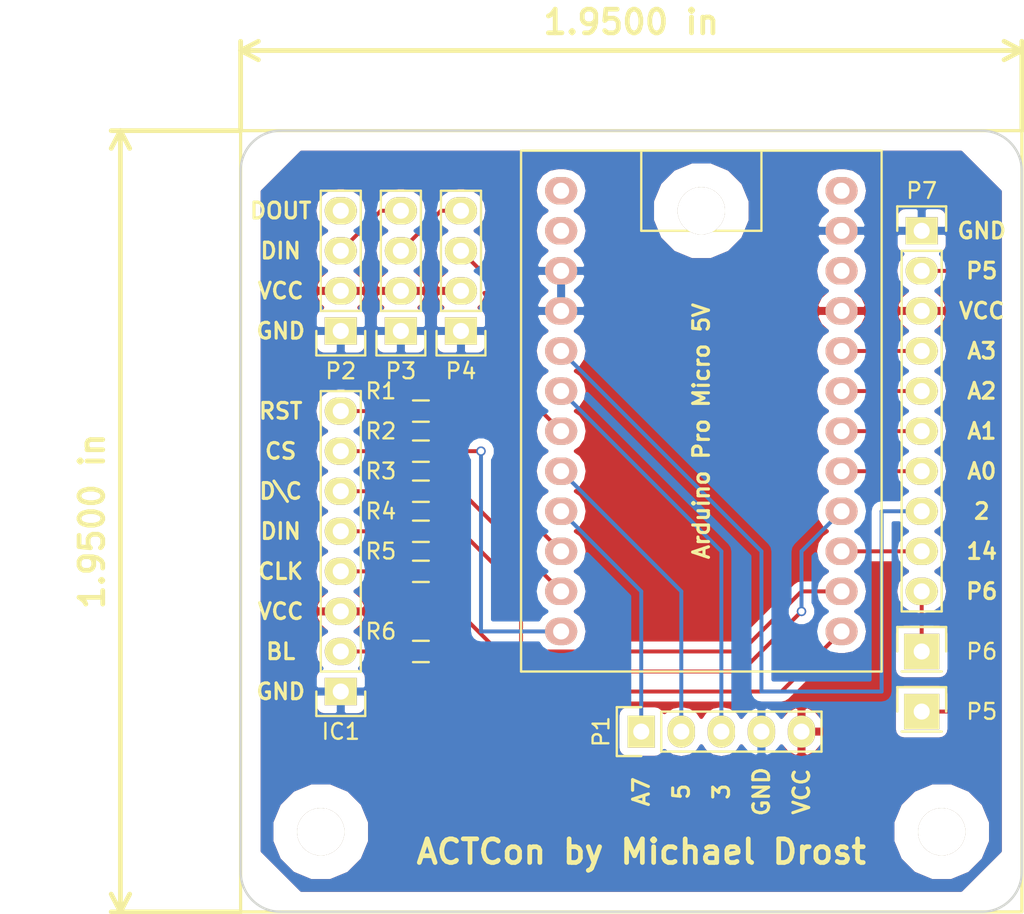
<source format=kicad_pcb>
(kicad_pcb (version 4) (host pcbnew 4.0.2-stable)

  (general
    (links 40)
    (no_connects 0)
    (area 112.954999 62.154999 162.635001 111.835001)
    (thickness 1.6)
    (drawings 43)
    (tracks 63)
    (zones 0)
    (modules 18)
    (nets 34)
  )

  (page A4)
  (layers
    (0 F.Cu signal)
    (31 B.Cu signal)
    (32 B.Adhes user)
    (33 F.Adhes user)
    (34 B.Paste user)
    (35 F.Paste user)
    (36 B.SilkS user)
    (37 F.SilkS user)
    (38 B.Mask user)
    (39 F.Mask user)
    (40 Dwgs.User user)
    (41 Cmts.User user)
    (42 Eco1.User user)
    (43 Eco2.User user)
    (44 Edge.Cuts user)
    (45 Margin user)
    (46 B.CrtYd user)
    (47 F.CrtYd user)
    (48 B.Fab user)
    (49 F.Fab user)
  )

  (setup
    (last_trace_width 0.25)
    (trace_clearance 0.2)
    (zone_clearance 0.508)
    (zone_45_only no)
    (trace_min 0.2)
    (segment_width 0.2)
    (edge_width 0.15)
    (via_size 0.6)
    (via_drill 0.4)
    (via_min_size 0.4)
    (via_min_drill 0.3)
    (uvia_size 0.3)
    (uvia_drill 0.1)
    (uvias_allowed no)
    (uvia_min_size 0.2)
    (uvia_min_drill 0.1)
    (pcb_text_width 0.3)
    (pcb_text_size 1.5 1.5)
    (mod_edge_width 0.15)
    (mod_text_size 1 1)
    (mod_text_width 0.15)
    (pad_size 2.032 1.7272)
    (pad_drill 1.016)
    (pad_to_mask_clearance 0.2)
    (aux_axis_origin 0 0)
    (visible_elements 7FFFFFFF)
    (pcbplotparams
      (layerselection 0x01030_80000001)
      (usegerberextensions false)
      (excludeedgelayer true)
      (linewidth 0.100000)
      (plotframeref false)
      (viasonmask false)
      (mode 1)
      (useauxorigin false)
      (hpglpennumber 1)
      (hpglpenspeed 20)
      (hpglpendiameter 15)
      (hpglpenoverlay 2)
      (psnegative false)
      (psa4output false)
      (plotreference true)
      (plotvalue true)
      (plotinvisibletext false)
      (padsonsilk false)
      (subtractmaskfromsilk false)
      (outputformat 1)
      (mirror false)
      (drillshape 0)
      (scaleselection 1)
      (outputdirectory ""))
  )

  (net 0 "")
  (net 1 "Net-(IC1-Pad2)")
  (net 2 "Net-(IC1-Pad4)")
  (net 3 "Net-(IC1-Pad5)")
  (net 4 "Net-(IC1-Pad6)")
  (net 5 "Net-(IC1-Pad7)")
  (net 6 "Net-(IC1-Pad8)")
  (net 7 "Net-(IC2-Pad0)")
  (net 8 "Net-(IC2-Pad1)")
  (net 9 "Net-(IC2-Pad4)")
  (net 10 "Net-(IC2-Pad5)")
  (net 11 "Net-(IC2-Pad6)")
  (net 12 "Net-(IC2-Pad7)")
  (net 13 "Net-(IC2-Pad8)")
  (net 14 "Net-(IC2-Pad9)")
  (net 15 "Net-(IC2-Pad10)")
  (net 16 "Net-(IC2-Pad11)")
  (net 17 "Net-(IC2-Pad12)")
  (net 18 "Net-(IC2-Pad13)")
  (net 19 "Net-(IC2-Pad14)")
  (net 20 "Net-(IC2-Pad15)")
  (net 21 "Net-(IC2-Pad16)")
  (net 22 "Net-(IC2-Pad17)")
  (net 23 "Net-(IC2-Pad18)")
  (net 24 "Net-(IC2-Pad19)")
  (net 25 "Net-(IC2-Pad21)")
  (net 26 "Net-(IC2-Pad23)")
  (net 27 "Net-(P2-Pad3)")
  (net 28 "Net-(P2-Pad4)")
  (net 29 "Net-(P3-Pad3)")
  (net 30 "Net-(P5-Pad1)")
  (net 31 "Net-(P6-Pad1)")
  (net 32 GND)
  (net 33 +5V)

  (net_class Default "Dies ist die voreingestellte Netzklasse."
    (clearance 0.2)
    (trace_width 0.25)
    (via_dia 0.6)
    (via_drill 0.4)
    (uvia_dia 0.3)
    (uvia_drill 0.1)
    (add_net "Net-(IC1-Pad2)")
    (add_net "Net-(IC1-Pad4)")
    (add_net "Net-(IC1-Pad5)")
    (add_net "Net-(IC1-Pad6)")
    (add_net "Net-(IC1-Pad7)")
    (add_net "Net-(IC1-Pad8)")
    (add_net "Net-(IC2-Pad0)")
    (add_net "Net-(IC2-Pad1)")
    (add_net "Net-(IC2-Pad10)")
    (add_net "Net-(IC2-Pad11)")
    (add_net "Net-(IC2-Pad12)")
    (add_net "Net-(IC2-Pad13)")
    (add_net "Net-(IC2-Pad14)")
    (add_net "Net-(IC2-Pad15)")
    (add_net "Net-(IC2-Pad16)")
    (add_net "Net-(IC2-Pad17)")
    (add_net "Net-(IC2-Pad18)")
    (add_net "Net-(IC2-Pad19)")
    (add_net "Net-(IC2-Pad21)")
    (add_net "Net-(IC2-Pad23)")
    (add_net "Net-(IC2-Pad4)")
    (add_net "Net-(IC2-Pad5)")
    (add_net "Net-(IC2-Pad6)")
    (add_net "Net-(IC2-Pad7)")
    (add_net "Net-(IC2-Pad8)")
    (add_net "Net-(IC2-Pad9)")
    (add_net "Net-(P2-Pad3)")
    (add_net "Net-(P2-Pad4)")
    (add_net "Net-(P3-Pad3)")
    (add_net "Net-(P5-Pad1)")
    (add_net "Net-(P6-Pad1)")
  )

  (net_class GND ""
    (clearance 0.2)
    (trace_width 0.5)
    (via_dia 0.6)
    (via_drill 0.4)
    (uvia_dia 0.3)
    (uvia_drill 0.1)
    (add_net GND)
  )

  (net_class VCC ""
    (clearance 0.2)
    (trace_width 0.5)
    (via_dia 0.6)
    (via_drill 0.4)
    (uvia_dia 0.3)
    (uvia_drill 0.1)
    (add_net +5V)
  )

  (module Pin_Headers:Pin_Header_Straight_1x08 (layer F.Cu) (tedit 577E8088) (tstamp 577D60FE)
    (at 119.38 97.79 180)
    (descr "Through hole pin header")
    (tags "pin header")
    (path /577D5F1C)
    (fp_text reference IC1 (at 0 -2.54 180) (layer F.SilkS)
      (effects (font (size 1 1) (thickness 0.15)))
    )
    (fp_text value Display (at 0 -3.1 180) (layer F.Fab)
      (effects (font (size 1 1) (thickness 0.15)))
    )
    (fp_line (start -1.75 -1.75) (end -1.75 19.55) (layer F.CrtYd) (width 0.05))
    (fp_line (start 1.75 -1.75) (end 1.75 19.55) (layer F.CrtYd) (width 0.05))
    (fp_line (start -1.75 -1.75) (end 1.75 -1.75) (layer F.CrtYd) (width 0.05))
    (fp_line (start -1.75 19.55) (end 1.75 19.55) (layer F.CrtYd) (width 0.05))
    (fp_line (start 1.27 1.27) (end 1.27 19.05) (layer F.SilkS) (width 0.15))
    (fp_line (start 1.27 19.05) (end -1.27 19.05) (layer F.SilkS) (width 0.15))
    (fp_line (start -1.27 19.05) (end -1.27 1.27) (layer F.SilkS) (width 0.15))
    (fp_line (start 1.55 -1.55) (end 1.55 0) (layer F.SilkS) (width 0.15))
    (fp_line (start 1.27 1.27) (end -1.27 1.27) (layer F.SilkS) (width 0.15))
    (fp_line (start -1.55 0) (end -1.55 -1.55) (layer F.SilkS) (width 0.15))
    (fp_line (start -1.55 -1.55) (end 1.55 -1.55) (layer F.SilkS) (width 0.15))
    (pad 1 thru_hole rect (at 0 0 180) (size 2.032 1.7272) (drill 1.016) (layers *.Cu *.Mask F.SilkS)
      (net 32 GND))
    (pad 2 thru_hole oval (at 0 2.54 180) (size 2.032 1.7272) (drill 1.016) (layers *.Cu *.Mask F.SilkS)
      (net 1 "Net-(IC1-Pad2)"))
    (pad 3 thru_hole oval (at 0 5.08 180) (size 2.032 1.7272) (drill 1.016) (layers *.Cu *.Mask F.SilkS)
      (net 33 +5V))
    (pad 4 thru_hole oval (at 0 7.62 180) (size 2.032 1.7272) (drill 1.016) (layers *.Cu *.Mask F.SilkS)
      (net 2 "Net-(IC1-Pad4)"))
    (pad 5 thru_hole oval (at 0 10.16 180) (size 2.032 1.7272) (drill 1.016) (layers *.Cu *.Mask F.SilkS)
      (net 3 "Net-(IC1-Pad5)"))
    (pad 6 thru_hole oval (at 0 12.7 180) (size 2.032 1.7272) (drill 1.016) (layers *.Cu *.Mask F.SilkS)
      (net 4 "Net-(IC1-Pad6)"))
    (pad 7 thru_hole oval (at 0 15.24 180) (size 2.032 1.7272) (drill 1.016) (layers *.Cu *.Mask F.SilkS)
      (net 5 "Net-(IC1-Pad7)"))
    (pad 8 thru_hole oval (at 0 17.78 180) (size 2.032 1.7272) (drill 1.016) (layers *.Cu *.Mask F.SilkS)
      (net 6 "Net-(IC1-Pad8)"))
    (model Pin_Headers.3dshapes/Pin_Header_Straight_1x08.wrl
      (at (xyz 0 -0.35 0))
      (scale (xyz 1 1 1))
      (rotate (xyz 0 0 90))
    )
  )

  (module Pin_Headers:Pin_Header_Straight_1x05 (layer F.Cu) (tedit 577E80C5) (tstamp 577D612A)
    (at 138.43 100.33 90)
    (descr "Through hole pin header")
    (tags "pin header")
    (path /577D7688)
    (fp_text reference P1 (at 0 -2.54 90) (layer F.SilkS)
      (effects (font (size 1 1) (thickness 0.15)))
    )
    (fp_text value CONN_01X05 (at 0 -3.1 90) (layer F.Fab)
      (effects (font (size 1 1) (thickness 0.15)))
    )
    (fp_line (start -1.55 0) (end -1.55 -1.55) (layer F.SilkS) (width 0.15))
    (fp_line (start -1.55 -1.55) (end 1.55 -1.55) (layer F.SilkS) (width 0.15))
    (fp_line (start 1.55 -1.55) (end 1.55 0) (layer F.SilkS) (width 0.15))
    (fp_line (start -1.75 -1.75) (end -1.75 11.95) (layer F.CrtYd) (width 0.05))
    (fp_line (start 1.75 -1.75) (end 1.75 11.95) (layer F.CrtYd) (width 0.05))
    (fp_line (start -1.75 -1.75) (end 1.75 -1.75) (layer F.CrtYd) (width 0.05))
    (fp_line (start -1.75 11.95) (end 1.75 11.95) (layer F.CrtYd) (width 0.05))
    (fp_line (start 1.27 1.27) (end 1.27 11.43) (layer F.SilkS) (width 0.15))
    (fp_line (start 1.27 11.43) (end -1.27 11.43) (layer F.SilkS) (width 0.15))
    (fp_line (start -1.27 11.43) (end -1.27 1.27) (layer F.SilkS) (width 0.15))
    (fp_line (start 1.27 1.27) (end -1.27 1.27) (layer F.SilkS) (width 0.15))
    (pad 1 thru_hole rect (at 0 0 90) (size 2.032 1.7272) (drill 1.016) (layers *.Cu *.Mask F.SilkS)
      (net 13 "Net-(IC2-Pad8)"))
    (pad 2 thru_hole oval (at 0 2.54 90) (size 2.032 1.7272) (drill 1.016) (layers *.Cu *.Mask F.SilkS)
      (net 12 "Net-(IC2-Pad7)"))
    (pad 3 thru_hole oval (at 0 5.08 90) (size 2.032 1.7272) (drill 1.016) (layers *.Cu *.Mask F.SilkS)
      (net 10 "Net-(IC2-Pad5)"))
    (pad 4 thru_hole oval (at 0 7.62 90) (size 2.032 1.7272) (drill 1.016) (layers *.Cu *.Mask F.SilkS)
      (net 32 GND))
    (pad 5 thru_hole oval (at 0 10.16 90) (size 2.032 1.7272) (drill 1.016) (layers *.Cu *.Mask F.SilkS)
      (net 33 +5V))
    (model Pin_Headers.3dshapes/Pin_Header_Straight_1x05.wrl
      (at (xyz 0 -0.2 0))
      (scale (xyz 1 1 1))
      (rotate (xyz 0 0 90))
    )
  )

  (module Pin_Headers:Pin_Header_Straight_1x04 (layer F.Cu) (tedit 577E8081) (tstamp 577D6132)
    (at 119.38 74.93 180)
    (descr "Through hole pin header")
    (tags "pin header")
    (path /577D60FE)
    (fp_text reference P2 (at 0 -2.54 180) (layer F.SilkS)
      (effects (font (size 1 1) (thickness 0.15)))
    )
    (fp_text value CONN_01X04 (at 0 -3.1 180) (layer F.Fab)
      (effects (font (size 1 1) (thickness 0.15)))
    )
    (fp_line (start -1.75 -1.75) (end -1.75 9.4) (layer F.CrtYd) (width 0.05))
    (fp_line (start 1.75 -1.75) (end 1.75 9.4) (layer F.CrtYd) (width 0.05))
    (fp_line (start -1.75 -1.75) (end 1.75 -1.75) (layer F.CrtYd) (width 0.05))
    (fp_line (start -1.75 9.4) (end 1.75 9.4) (layer F.CrtYd) (width 0.05))
    (fp_line (start -1.27 1.27) (end -1.27 8.89) (layer F.SilkS) (width 0.15))
    (fp_line (start 1.27 1.27) (end 1.27 8.89) (layer F.SilkS) (width 0.15))
    (fp_line (start 1.55 -1.55) (end 1.55 0) (layer F.SilkS) (width 0.15))
    (fp_line (start -1.27 8.89) (end 1.27 8.89) (layer F.SilkS) (width 0.15))
    (fp_line (start 1.27 1.27) (end -1.27 1.27) (layer F.SilkS) (width 0.15))
    (fp_line (start -1.55 0) (end -1.55 -1.55) (layer F.SilkS) (width 0.15))
    (fp_line (start -1.55 -1.55) (end 1.55 -1.55) (layer F.SilkS) (width 0.15))
    (pad 1 thru_hole rect (at 0 0 180) (size 2.032 1.7272) (drill 1.016) (layers *.Cu *.Mask F.SilkS)
      (net 32 GND))
    (pad 2 thru_hole oval (at 0 2.54 180) (size 2.032 1.7272) (drill 1.016) (layers *.Cu *.Mask F.SilkS)
      (net 33 +5V))
    (pad 3 thru_hole oval (at 0 5.08 180) (size 2.032 1.7272) (drill 1.016) (layers *.Cu *.Mask F.SilkS)
      (net 27 "Net-(P2-Pad3)"))
    (pad 4 thru_hole oval (at 0 7.62 180) (size 2.032 1.7272) (drill 1.016) (layers *.Cu *.Mask F.SilkS)
      (net 28 "Net-(P2-Pad4)"))
    (model Pin_Headers.3dshapes/Pin_Header_Straight_1x04.wrl
      (at (xyz 0 -0.15 0))
      (scale (xyz 1 1 1))
      (rotate (xyz 0 0 90))
    )
  )

  (module Pin_Headers:Pin_Header_Straight_1x04 (layer F.Cu) (tedit 577E807C) (tstamp 577D613A)
    (at 123.19 74.93 180)
    (descr "Through hole pin header")
    (tags "pin header")
    (path /577D613B)
    (fp_text reference P3 (at 0 -2.54 180) (layer F.SilkS)
      (effects (font (size 1 1) (thickness 0.15)))
    )
    (fp_text value CONN_01X04 (at 0 -3.1 180) (layer F.Fab)
      (effects (font (size 1 1) (thickness 0.15)))
    )
    (fp_line (start -1.75 -1.75) (end -1.75 9.4) (layer F.CrtYd) (width 0.05))
    (fp_line (start 1.75 -1.75) (end 1.75 9.4) (layer F.CrtYd) (width 0.05))
    (fp_line (start -1.75 -1.75) (end 1.75 -1.75) (layer F.CrtYd) (width 0.05))
    (fp_line (start -1.75 9.4) (end 1.75 9.4) (layer F.CrtYd) (width 0.05))
    (fp_line (start -1.27 1.27) (end -1.27 8.89) (layer F.SilkS) (width 0.15))
    (fp_line (start 1.27 1.27) (end 1.27 8.89) (layer F.SilkS) (width 0.15))
    (fp_line (start 1.55 -1.55) (end 1.55 0) (layer F.SilkS) (width 0.15))
    (fp_line (start -1.27 8.89) (end 1.27 8.89) (layer F.SilkS) (width 0.15))
    (fp_line (start 1.27 1.27) (end -1.27 1.27) (layer F.SilkS) (width 0.15))
    (fp_line (start -1.55 0) (end -1.55 -1.55) (layer F.SilkS) (width 0.15))
    (fp_line (start -1.55 -1.55) (end 1.55 -1.55) (layer F.SilkS) (width 0.15))
    (pad 1 thru_hole rect (at 0 0 180) (size 2.032 1.7272) (drill 1.016) (layers *.Cu *.Mask F.SilkS)
      (net 32 GND))
    (pad 2 thru_hole oval (at 0 2.54 180) (size 2.032 1.7272) (drill 1.016) (layers *.Cu *.Mask F.SilkS)
      (net 33 +5V))
    (pad 3 thru_hole oval (at 0 5.08 180) (size 2.032 1.7272) (drill 1.016) (layers *.Cu *.Mask F.SilkS)
      (net 29 "Net-(P3-Pad3)"))
    (pad 4 thru_hole oval (at 0 7.62 180) (size 2.032 1.7272) (drill 1.016) (layers *.Cu *.Mask F.SilkS)
      (net 27 "Net-(P2-Pad3)"))
    (model Pin_Headers.3dshapes/Pin_Header_Straight_1x04.wrl
      (at (xyz 0 -0.15 0))
      (scale (xyz 1 1 1))
      (rotate (xyz 0 0 90))
    )
  )

  (module Pin_Headers:Pin_Header_Straight_1x04 (layer F.Cu) (tedit 5783F36D) (tstamp 577D6142)
    (at 127 74.93 180)
    (descr "Through hole pin header")
    (tags "pin header")
    (path /577D619A)
    (fp_text reference P4 (at 0 -2.54 180) (layer F.SilkS)
      (effects (font (size 1 1) (thickness 0.15)))
    )
    (fp_text value CONN_01X04 (at 0 -3.1 180) (layer F.Fab)
      (effects (font (size 1 1) (thickness 0.15)))
    )
    (fp_line (start -1.75 -1.75) (end -1.75 9.4) (layer F.CrtYd) (width 0.05))
    (fp_line (start 1.75 -1.75) (end 1.75 9.4) (layer F.CrtYd) (width 0.05))
    (fp_line (start -1.75 -1.75) (end 1.75 -1.75) (layer F.CrtYd) (width 0.05))
    (fp_line (start -1.75 9.4) (end 1.75 9.4) (layer F.CrtYd) (width 0.05))
    (fp_line (start -1.27 1.27) (end -1.27 8.89) (layer F.SilkS) (width 0.15))
    (fp_line (start 1.27 1.27) (end 1.27 8.89) (layer F.SilkS) (width 0.15))
    (fp_line (start 1.55 -1.55) (end 1.55 0) (layer F.SilkS) (width 0.15))
    (fp_line (start -1.27 8.89) (end 1.27 8.89) (layer F.SilkS) (width 0.15))
    (fp_line (start 1.27 1.27) (end -1.27 1.27) (layer F.SilkS) (width 0.15))
    (fp_line (start -1.55 0) (end -1.55 -1.55) (layer F.SilkS) (width 0.15))
    (fp_line (start -1.55 -1.55) (end 1.55 -1.55) (layer F.SilkS) (width 0.15))
    (pad 1 thru_hole rect (at 0 0 180) (size 2.032 1.7272) (drill 1.016) (layers *.Cu *.Mask F.SilkS)
      (net 32 GND))
    (pad 2 thru_hole oval (at 0 2.54 180) (size 2.032 1.7272) (drill 1.016) (layers *.Cu *.Mask F.SilkS)
      (net 33 +5V))
    (pad 3 thru_hole oval (at 0 5.08 180) (size 2.032 1.7272) (drill 1.016) (layers *.Cu *.Mask F.SilkS)
      (net 11 "Net-(IC2-Pad6)"))
    (pad 4 thru_hole oval (at 0 7.62 180) (size 2.032 1.7272) (drill 1.016) (layers *.Cu *.Mask F.SilkS)
      (net 29 "Net-(P3-Pad3)"))
    (model Pin_Headers.3dshapes/Pin_Header_Straight_1x04.wrl
      (at (xyz 0 -0.15 0))
      (scale (xyz 1 1 1))
      (rotate (xyz 0 0 90))
    )
  )

  (module Pin_Headers:Pin_Header_Straight_1x01 (layer F.Cu) (tedit 577E80DB) (tstamp 577D6147)
    (at 156.21 99.06)
    (descr "Through hole pin header")
    (tags "pin header")
    (path /577D7280)
    (fp_text reference P5 (at 3.81 0) (layer F.SilkS)
      (effects (font (size 1 1) (thickness 0.15)))
    )
    (fp_text value CONN_01X01 (at 0 -3.1) (layer F.Fab)
      (effects (font (size 1 1) (thickness 0.15)))
    )
    (fp_line (start 1.55 -1.55) (end 1.55 0) (layer F.SilkS) (width 0.15))
    (fp_line (start -1.75 -1.75) (end -1.75 1.75) (layer F.CrtYd) (width 0.05))
    (fp_line (start 1.75 -1.75) (end 1.75 1.75) (layer F.CrtYd) (width 0.05))
    (fp_line (start -1.75 -1.75) (end 1.75 -1.75) (layer F.CrtYd) (width 0.05))
    (fp_line (start -1.75 1.75) (end 1.75 1.75) (layer F.CrtYd) (width 0.05))
    (fp_line (start -1.55 0) (end -1.55 -1.55) (layer F.SilkS) (width 0.15))
    (fp_line (start -1.55 -1.55) (end 1.55 -1.55) (layer F.SilkS) (width 0.15))
    (fp_line (start -1.27 1.27) (end 1.27 1.27) (layer F.SilkS) (width 0.15))
    (pad 1 thru_hole rect (at 0 0) (size 2.2352 2.2352) (drill 1.016) (layers *.Cu *.Mask F.SilkS)
      (net 30 "Net-(P5-Pad1)"))
    (model Pin_Headers.3dshapes/Pin_Header_Straight_1x01.wrl
      (at (xyz 0 0 0))
      (scale (xyz 1 1 1))
      (rotate (xyz 0 0 90))
    )
  )

  (module Pin_Headers:Pin_Header_Straight_1x01 (layer F.Cu) (tedit 577E80D6) (tstamp 577D614C)
    (at 156.21 95.25)
    (descr "Through hole pin header")
    (tags "pin header")
    (path /577D72FD)
    (fp_text reference P6 (at 3.81 0) (layer F.SilkS)
      (effects (font (size 1 1) (thickness 0.15)))
    )
    (fp_text value CONN_01X01 (at 0 -3.1) (layer F.Fab)
      (effects (font (size 1 1) (thickness 0.15)))
    )
    (fp_line (start 1.55 -1.55) (end 1.55 0) (layer F.SilkS) (width 0.15))
    (fp_line (start -1.75 -1.75) (end -1.75 1.75) (layer F.CrtYd) (width 0.05))
    (fp_line (start 1.75 -1.75) (end 1.75 1.75) (layer F.CrtYd) (width 0.05))
    (fp_line (start -1.75 -1.75) (end 1.75 -1.75) (layer F.CrtYd) (width 0.05))
    (fp_line (start -1.75 1.75) (end 1.75 1.75) (layer F.CrtYd) (width 0.05))
    (fp_line (start -1.55 0) (end -1.55 -1.55) (layer F.SilkS) (width 0.15))
    (fp_line (start -1.55 -1.55) (end 1.55 -1.55) (layer F.SilkS) (width 0.15))
    (fp_line (start -1.27 1.27) (end 1.27 1.27) (layer F.SilkS) (width 0.15))
    (pad 1 thru_hole rect (at 0 0) (size 2.2352 2.2352) (drill 1.016) (layers *.Cu *.Mask F.SilkS)
      (net 31 "Net-(P6-Pad1)"))
    (model Pin_Headers.3dshapes/Pin_Header_Straight_1x01.wrl
      (at (xyz 0 0 0))
      (scale (xyz 1 1 1))
      (rotate (xyz 0 0 90))
    )
  )

  (module Pin_Headers:Pin_Header_Straight_1x10 (layer F.Cu) (tedit 577E80E3) (tstamp 577D615A)
    (at 156.21 68.58)
    (descr "Through hole pin header")
    (tags "pin header")
    (path /577D6994)
    (fp_text reference P7 (at 0 -2.54) (layer F.SilkS)
      (effects (font (size 1 1) (thickness 0.15)))
    )
    (fp_text value CONN_01X10 (at 0 -3.1) (layer F.Fab)
      (effects (font (size 1 1) (thickness 0.15)))
    )
    (fp_line (start -1.75 -1.75) (end -1.75 24.65) (layer F.CrtYd) (width 0.05))
    (fp_line (start 1.75 -1.75) (end 1.75 24.65) (layer F.CrtYd) (width 0.05))
    (fp_line (start -1.75 -1.75) (end 1.75 -1.75) (layer F.CrtYd) (width 0.05))
    (fp_line (start -1.75 24.65) (end 1.75 24.65) (layer F.CrtYd) (width 0.05))
    (fp_line (start 1.27 1.27) (end 1.27 24.13) (layer F.SilkS) (width 0.15))
    (fp_line (start 1.27 24.13) (end -1.27 24.13) (layer F.SilkS) (width 0.15))
    (fp_line (start -1.27 24.13) (end -1.27 1.27) (layer F.SilkS) (width 0.15))
    (fp_line (start 1.55 -1.55) (end 1.55 0) (layer F.SilkS) (width 0.15))
    (fp_line (start 1.27 1.27) (end -1.27 1.27) (layer F.SilkS) (width 0.15))
    (fp_line (start -1.55 0) (end -1.55 -1.55) (layer F.SilkS) (width 0.15))
    (fp_line (start -1.55 -1.55) (end 1.55 -1.55) (layer F.SilkS) (width 0.15))
    (pad 1 thru_hole rect (at 0 0) (size 2.032 1.7272) (drill 1.016) (layers *.Cu *.Mask F.SilkS)
      (net 32 GND))
    (pad 2 thru_hole oval (at 0 2.54) (size 2.032 1.7272) (drill 1.016) (layers *.Cu *.Mask F.SilkS)
      (net 30 "Net-(P5-Pad1)"))
    (pad 3 thru_hole oval (at 0 5.08) (size 2.032 1.7272) (drill 1.016) (layers *.Cu *.Mask F.SilkS)
      (net 33 +5V))
    (pad 4 thru_hole oval (at 0 7.62) (size 2.032 1.7272) (drill 1.016) (layers *.Cu *.Mask F.SilkS)
      (net 24 "Net-(IC2-Pad19)"))
    (pad 5 thru_hole oval (at 0 10.16) (size 2.032 1.7272) (drill 1.016) (layers *.Cu *.Mask F.SilkS)
      (net 23 "Net-(IC2-Pad18)"))
    (pad 6 thru_hole oval (at 0 12.7) (size 2.032 1.7272) (drill 1.016) (layers *.Cu *.Mask F.SilkS)
      (net 22 "Net-(IC2-Pad17)"))
    (pad 7 thru_hole oval (at 0 15.24) (size 2.032 1.7272) (drill 1.016) (layers *.Cu *.Mask F.SilkS)
      (net 21 "Net-(IC2-Pad16)"))
    (pad 8 thru_hole oval (at 0 17.78) (size 2.032 1.7272) (drill 1.016) (layers *.Cu *.Mask F.SilkS)
      (net 9 "Net-(IC2-Pad4)"))
    (pad 9 thru_hole oval (at 0 20.32) (size 2.032 1.7272) (drill 1.016) (layers *.Cu *.Mask F.SilkS)
      (net 19 "Net-(IC2-Pad14)"))
    (pad 10 thru_hole oval (at 0 22.86) (size 2.032 1.7272) (drill 1.016) (layers *.Cu *.Mask F.SilkS)
      (net 31 "Net-(P6-Pad1)"))
    (model Pin_Headers.3dshapes/Pin_Header_Straight_1x10.wrl
      (at (xyz 0 -0.45 0))
      (scale (xyz 1 1 1))
      (rotate (xyz 0 0 90))
    )
  )

  (module Resistors_SMD:R_0603_HandSoldering (layer F.Cu) (tedit 577E809B) (tstamp 577D6160)
    (at 124.46 80.01 180)
    (descr "Resistor SMD 0603, hand soldering")
    (tags "resistor 0603")
    (path /577D8984)
    (attr smd)
    (fp_text reference R1 (at 2.54 1.27 180) (layer F.SilkS)
      (effects (font (size 1 1) (thickness 0.15)))
    )
    (fp_text value 1k (at 0 1.9 180) (layer F.Fab)
      (effects (font (size 1 1) (thickness 0.15)))
    )
    (fp_line (start -2 -0.8) (end 2 -0.8) (layer F.CrtYd) (width 0.05))
    (fp_line (start -2 0.8) (end 2 0.8) (layer F.CrtYd) (width 0.05))
    (fp_line (start -2 -0.8) (end -2 0.8) (layer F.CrtYd) (width 0.05))
    (fp_line (start 2 -0.8) (end 2 0.8) (layer F.CrtYd) (width 0.05))
    (fp_line (start 0.5 0.675) (end -0.5 0.675) (layer F.SilkS) (width 0.15))
    (fp_line (start -0.5 -0.675) (end 0.5 -0.675) (layer F.SilkS) (width 0.15))
    (pad 1 smd rect (at -1.1 0 180) (size 1.2 0.9) (layers F.Cu F.Paste F.Mask)
      (net 14 "Net-(IC2-Pad9)"))
    (pad 2 smd rect (at 1.1 0 180) (size 1.2 0.9) (layers F.Cu F.Paste F.Mask)
      (net 6 "Net-(IC1-Pad8)"))
    (model Resistors_SMD.3dshapes/R_0603_HandSoldering.wrl
      (at (xyz 0 0 0))
      (scale (xyz 1 1 1))
      (rotate (xyz 0 0 0))
    )
  )

  (module Resistors_SMD:R_0603_HandSoldering (layer F.Cu) (tedit 577E80A1) (tstamp 577D6166)
    (at 124.46 82.55 180)
    (descr "Resistor SMD 0603, hand soldering")
    (tags "resistor 0603")
    (path /577D8A6A)
    (attr smd)
    (fp_text reference R2 (at 2.54 1.27 180) (layer F.SilkS)
      (effects (font (size 1 1) (thickness 0.15)))
    )
    (fp_text value 1k (at 0 1.9 180) (layer F.Fab)
      (effects (font (size 1 1) (thickness 0.15)))
    )
    (fp_line (start -2 -0.8) (end 2 -0.8) (layer F.CrtYd) (width 0.05))
    (fp_line (start -2 0.8) (end 2 0.8) (layer F.CrtYd) (width 0.05))
    (fp_line (start -2 -0.8) (end -2 0.8) (layer F.CrtYd) (width 0.05))
    (fp_line (start 2 -0.8) (end 2 0.8) (layer F.CrtYd) (width 0.05))
    (fp_line (start 0.5 0.675) (end -0.5 0.675) (layer F.SilkS) (width 0.15))
    (fp_line (start -0.5 -0.675) (end 0.5 -0.675) (layer F.SilkS) (width 0.15))
    (pad 1 smd rect (at -1.1 0 180) (size 1.2 0.9) (layers F.Cu F.Paste F.Mask)
      (net 16 "Net-(IC2-Pad11)"))
    (pad 2 smd rect (at 1.1 0 180) (size 1.2 0.9) (layers F.Cu F.Paste F.Mask)
      (net 5 "Net-(IC1-Pad7)"))
    (model Resistors_SMD.3dshapes/R_0603_HandSoldering.wrl
      (at (xyz 0 0 0))
      (scale (xyz 1 1 1))
      (rotate (xyz 0 0 0))
    )
  )

  (module Resistors_SMD:R_0603_HandSoldering (layer F.Cu) (tedit 577E80A7) (tstamp 577D616C)
    (at 124.46 85.09 180)
    (descr "Resistor SMD 0603, hand soldering")
    (tags "resistor 0603")
    (path /577D8B79)
    (attr smd)
    (fp_text reference R3 (at 2.54 1.27 180) (layer F.SilkS)
      (effects (font (size 1 1) (thickness 0.15)))
    )
    (fp_text value 1k (at 0 1.9 180) (layer F.Fab)
      (effects (font (size 1 1) (thickness 0.15)))
    )
    (fp_line (start -2 -0.8) (end 2 -0.8) (layer F.CrtYd) (width 0.05))
    (fp_line (start -2 0.8) (end 2 0.8) (layer F.CrtYd) (width 0.05))
    (fp_line (start -2 -0.8) (end -2 0.8) (layer F.CrtYd) (width 0.05))
    (fp_line (start 2 -0.8) (end 2 0.8) (layer F.CrtYd) (width 0.05))
    (fp_line (start 0.5 0.675) (end -0.5 0.675) (layer F.SilkS) (width 0.15))
    (fp_line (start -0.5 -0.675) (end 0.5 -0.675) (layer F.SilkS) (width 0.15))
    (pad 1 smd rect (at -1.1 0 180) (size 1.2 0.9) (layers F.Cu F.Paste F.Mask)
      (net 15 "Net-(IC2-Pad10)"))
    (pad 2 smd rect (at 1.1 0 180) (size 1.2 0.9) (layers F.Cu F.Paste F.Mask)
      (net 4 "Net-(IC1-Pad6)"))
    (model Resistors_SMD.3dshapes/R_0603_HandSoldering.wrl
      (at (xyz 0 0 0))
      (scale (xyz 1 1 1))
      (rotate (xyz 0 0 0))
    )
  )

  (module Resistors_SMD:R_0603_HandSoldering (layer F.Cu) (tedit 577E80A9) (tstamp 577D6172)
    (at 124.46 87.63 180)
    (descr "Resistor SMD 0603, hand soldering")
    (tags "resistor 0603")
    (path /577D8C39)
    (attr smd)
    (fp_text reference R4 (at 2.54 1.27 180) (layer F.SilkS)
      (effects (font (size 1 1) (thickness 0.15)))
    )
    (fp_text value 1k (at 0 1.9 180) (layer F.Fab)
      (effects (font (size 1 1) (thickness 0.15)))
    )
    (fp_line (start -2 -0.8) (end 2 -0.8) (layer F.CrtYd) (width 0.05))
    (fp_line (start -2 0.8) (end 2 0.8) (layer F.CrtYd) (width 0.05))
    (fp_line (start -2 -0.8) (end -2 0.8) (layer F.CrtYd) (width 0.05))
    (fp_line (start 2 -0.8) (end 2 0.8) (layer F.CrtYd) (width 0.05))
    (fp_line (start 0.5 0.675) (end -0.5 0.675) (layer F.SilkS) (width 0.15))
    (fp_line (start -0.5 -0.675) (end 0.5 -0.675) (layer F.SilkS) (width 0.15))
    (pad 1 smd rect (at -1.1 0 180) (size 1.2 0.9) (layers F.Cu F.Paste F.Mask)
      (net 18 "Net-(IC2-Pad13)"))
    (pad 2 smd rect (at 1.1 0 180) (size 1.2 0.9) (layers F.Cu F.Paste F.Mask)
      (net 3 "Net-(IC1-Pad5)"))
    (model Resistors_SMD.3dshapes/R_0603_HandSoldering.wrl
      (at (xyz 0 0 0))
      (scale (xyz 1 1 1))
      (rotate (xyz 0 0 0))
    )
  )

  (module Resistors_SMD:R_0603_HandSoldering (layer F.Cu) (tedit 577E80AE) (tstamp 577D6178)
    (at 124.46 90.17 180)
    (descr "Resistor SMD 0603, hand soldering")
    (tags "resistor 0603")
    (path /577D8D11)
    (attr smd)
    (fp_text reference R5 (at 2.54 1.27 180) (layer F.SilkS)
      (effects (font (size 1 1) (thickness 0.15)))
    )
    (fp_text value 1k (at 0 1.9 180) (layer F.Fab)
      (effects (font (size 1 1) (thickness 0.15)))
    )
    (fp_line (start -2 -0.8) (end 2 -0.8) (layer F.CrtYd) (width 0.05))
    (fp_line (start -2 0.8) (end 2 0.8) (layer F.CrtYd) (width 0.05))
    (fp_line (start -2 -0.8) (end -2 0.8) (layer F.CrtYd) (width 0.05))
    (fp_line (start 2 -0.8) (end 2 0.8) (layer F.CrtYd) (width 0.05))
    (fp_line (start 0.5 0.675) (end -0.5 0.675) (layer F.SilkS) (width 0.15))
    (fp_line (start -0.5 -0.675) (end 0.5 -0.675) (layer F.SilkS) (width 0.15))
    (pad 1 smd rect (at -1.1 0 180) (size 1.2 0.9) (layers F.Cu F.Paste F.Mask)
      (net 20 "Net-(IC2-Pad15)"))
    (pad 2 smd rect (at 1.1 0 180) (size 1.2 0.9) (layers F.Cu F.Paste F.Mask)
      (net 2 "Net-(IC1-Pad4)"))
    (model Resistors_SMD.3dshapes/R_0603_HandSoldering.wrl
      (at (xyz 0 0 0))
      (scale (xyz 1 1 1))
      (rotate (xyz 0 0 0))
    )
  )

  (module Resistors_SMD:R_0603_HandSoldering (layer F.Cu) (tedit 577E80B1) (tstamp 577D617E)
    (at 124.46 95.25 180)
    (descr "Resistor SMD 0603, hand soldering")
    (tags "resistor 0603")
    (path /577D8E15)
    (attr smd)
    (fp_text reference R6 (at 2.54 1.27 180) (layer F.SilkS)
      (effects (font (size 1 1) (thickness 0.15)))
    )
    (fp_text value 100 (at 0 1.9 180) (layer F.Fab)
      (effects (font (size 1 1) (thickness 0.15)))
    )
    (fp_line (start -2 -0.8) (end 2 -0.8) (layer F.CrtYd) (width 0.05))
    (fp_line (start -2 0.8) (end 2 0.8) (layer F.CrtYd) (width 0.05))
    (fp_line (start -2 -0.8) (end -2 0.8) (layer F.CrtYd) (width 0.05))
    (fp_line (start 2 -0.8) (end 2 0.8) (layer F.CrtYd) (width 0.05))
    (fp_line (start 0.5 0.675) (end -0.5 0.675) (layer F.SilkS) (width 0.15))
    (fp_line (start -0.5 -0.675) (end 0.5 -0.675) (layer F.SilkS) (width 0.15))
    (pad 1 smd rect (at -1.1 0 180) (size 1.2 0.9) (layers F.Cu F.Paste F.Mask)
      (net 17 "Net-(IC2-Pad12)"))
    (pad 2 smd rect (at 1.1 0 180) (size 1.2 0.9) (layers F.Cu F.Paste F.Mask)
      (net 1 "Net-(IC1-Pad2)"))
    (model Resistors_SMD.3dshapes/R_0603_HandSoldering.wrl
      (at (xyz 0 0 0))
      (scale (xyz 1 1 1))
      (rotate (xyz 0 0 0))
    )
  )

  (module .pretty:Hole3mm (layer F.Cu) (tedit 577EA55F) (tstamp 577E8371)
    (at 142.24 64.77)
    (solder_mask_margin -1)
    (clearance 1.5)
    (fp_text reference REF** (at 0 0.5) (layer F.SilkS) hide
      (effects (font (size 1 1) (thickness 0.15)))
    )
    (fp_text value Hole3mm (at 0 -0.5) (layer F.Fab)
      (effects (font (size 1 1) (thickness 0.15)))
    )
    (pad 1 thru_hole circle (at 0 2.54) (size 3 3) (drill 3) (layers *.Cu *.Mask F.SilkS))
  )

  (module .pretty:Hole3mm (layer F.Cu) (tedit 577EA50B) (tstamp 577E838E)
    (at 157.48 104.14)
    (solder_mask_margin -1)
    (clearance 1.5)
    (zone_connect 0)
    (attr virtual)
    (fp_text reference "" (at 0 0.5) (layer F.SilkS) hide
      (effects (font (size 1 1) (thickness 0.15)))
    )
    (fp_text value Hole3mm (at 0 -0.5) (layer F.Fab)
      (effects (font (size 1 1) (thickness 0.15)))
    )
    (pad 1 thru_hole circle (at 0 2.54) (size 3 3) (drill 3) (layers *.Cu *.Mask F.SilkS)
      (zone_connect 0))
  )

  (module .pretty:Hole3mm (layer F.Cu) (tedit 577EA53B) (tstamp 577E839B)
    (at 118.11 104.14)
    (solder_mask_margin -1)
    (clearance 1.5)
    (fp_text reference REF** (at 0 0.5) (layer F.SilkS) hide
      (effects (font (size 1 1) (thickness 0.15)))
    )
    (fp_text value Hole3mm (at 0 -0.5) (layer F.Fab)
      (effects (font (size 1 1) (thickness 0.15)))
    )
    (pad 1 thru_hole circle (at 0 2.54) (size 3 3) (drill 3) (layers *.Cu *.Mask F.SilkS))
  )

  (module .pretty:ArduinoProMicro (layer F.Cu) (tedit 5783F564) (tstamp 577D6121)
    (at 142.24 80.01)
    (path /577D5134)
    (fp_text reference IC2 (at 0 3.81) (layer F.SilkS) hide
      (effects (font (size 1 1) (thickness 0.15)))
    )
    (fp_text value ArduinoProMicro (at 0 -6.35) (layer F.Fab)
      (effects (font (size 1 1) (thickness 0.15)))
    )
    (fp_line (start -3.81 -16.51) (end -3.81 -11.43) (layer F.SilkS) (width 0.15))
    (fp_line (start -3.81 -11.43) (end 3.81 -11.43) (layer F.SilkS) (width 0.15))
    (fp_line (start 3.81 -11.43) (end 3.81 -16.51) (layer F.SilkS) (width 0.15))
    (fp_line (start -11.43 -16.51) (end -11.43 16.51) (layer F.SilkS) (width 0.15))
    (fp_line (start -11.43 16.51) (end 11.43 16.51) (layer F.SilkS) (width 0.15))
    (fp_line (start 11.43 16.51) (end 11.43 -16.51) (layer F.SilkS) (width 0.15))
    (fp_line (start 11.43 -16.51) (end -11.43 -16.51) (layer F.SilkS) (width 0.15))
    (pad 0 thru_hole oval (at -8.89 -13.97) (size 2.032 1.7272) (drill 1.016) (layers *.Cu *.SilkS *.Mask)
      (net 7 "Net-(IC2-Pad0)"))
    (pad 1 thru_hole oval (at -8.89 -11.43) (size 2.032 1.7272) (drill 1.016) (layers *.Cu *.SilkS *.Mask)
      (net 8 "Net-(IC2-Pad1)"))
    (pad 2 thru_hole oval (at -8.89 -8.89) (size 2.032 1.7272) (drill 1.016) (layers *.Cu *.SilkS *.Mask)
      (net 32 GND))
    (pad 3 thru_hole oval (at -8.89 -6.35) (size 2.032 1.7272) (drill 1.016) (layers *.Cu *.SilkS *.Mask)
      (net 32 GND))
    (pad 4 thru_hole oval (at -8.89 -3.81) (size 2.032 1.7272) (drill 1.016) (layers *.Cu *.SilkS *.Mask)
      (net 9 "Net-(IC2-Pad4)"))
    (pad 5 thru_hole oval (at -8.89 -1.27) (size 2.032 1.7272) (drill 1.016) (layers *.Cu *.SilkS *.Mask)
      (net 10 "Net-(IC2-Pad5)"))
    (pad 6 thru_hole oval (at -8.89 1.27) (size 2.032 1.7272) (drill 1.016) (layers *.Cu *.SilkS *.Mask)
      (net 11 "Net-(IC2-Pad6)"))
    (pad 7 thru_hole oval (at -8.89 3.81) (size 2.032 1.7272) (drill 1.016) (layers *.Cu *.SilkS *.Mask)
      (net 12 "Net-(IC2-Pad7)"))
    (pad 8 thru_hole oval (at -8.89 6.35) (size 2.032 1.7272) (drill 1.016) (layers *.Cu *.SilkS *.Mask)
      (net 13 "Net-(IC2-Pad8)"))
    (pad 9 thru_hole oval (at -8.89 8.89) (size 2.032 1.7272) (drill 1.016) (layers *.Cu *.SilkS *.Mask)
      (net 14 "Net-(IC2-Pad9)"))
    (pad 10 thru_hole oval (at -8.89 11.43) (size 2.032 1.7272) (drill 1.016) (layers *.Cu *.SilkS *.Mask)
      (net 15 "Net-(IC2-Pad10)"))
    (pad 11 thru_hole oval (at -8.89 13.97) (size 2.032 1.7272) (drill 1.016) (layers *.Cu *.SilkS *.Mask)
      (net 16 "Net-(IC2-Pad11)"))
    (pad 12 thru_hole oval (at 8.89 13.97) (size 2.032 1.7272) (drill 1.016) (layers *.Cu *.SilkS *.Mask)
      (net 17 "Net-(IC2-Pad12)"))
    (pad 13 thru_hole oval (at 8.89 11.43) (size 2.032 1.7272) (drill 1.016) (layers *.Cu *.SilkS *.Mask)
      (net 18 "Net-(IC2-Pad13)"))
    (pad 14 thru_hole oval (at 8.89 8.89) (size 2.032 1.7272) (drill 1.016) (layers *.Cu *.SilkS *.Mask)
      (net 19 "Net-(IC2-Pad14)"))
    (pad 15 thru_hole oval (at 8.89 6.35) (size 2.032 1.7272) (drill 1.016) (layers *.Cu *.SilkS *.Mask)
      (net 20 "Net-(IC2-Pad15)"))
    (pad 16 thru_hole oval (at 8.89 3.81) (size 2.032 1.7272) (drill 1.016) (layers *.Cu *.SilkS *.Mask)
      (net 21 "Net-(IC2-Pad16)"))
    (pad 17 thru_hole oval (at 8.89 1.27) (size 2.032 1.7272) (drill 1.016) (layers *.Cu *.SilkS *.Mask)
      (net 22 "Net-(IC2-Pad17)"))
    (pad 18 thru_hole oval (at 8.89 -1.27) (size 2.032 1.7272) (drill 1.016) (layers *.Cu *.SilkS *.Mask)
      (net 23 "Net-(IC2-Pad18)"))
    (pad 19 thru_hole oval (at 8.89 -3.81) (size 2.032 1.7272) (drill 1.016) (layers *.Cu *.SilkS *.Mask)
      (net 24 "Net-(IC2-Pad19)"))
    (pad 20 thru_hole oval (at 8.89 -6.35) (size 2.032 1.7272) (drill 1.016) (layers *.Cu *.SilkS *.Mask)
      (net 33 +5V))
    (pad 21 thru_hole oval (at 8.89 -8.89) (size 2.032 1.7272) (drill 1.016) (layers *.Cu *.SilkS *.Mask)
      (net 25 "Net-(IC2-Pad21)"))
    (pad 22 thru_hole oval (at 8.89 -11.43) (size 2.032 1.7272) (drill 1.016) (layers *.Cu *.SilkS *.Mask)
      (net 32 GND))
    (pad 23 thru_hole oval (at 8.89 -13.97) (size 2.032 1.7272) (drill 1.016) (layers *.Cu *.SilkS *.Mask)
      (net 26 "Net-(IC2-Pad23)"))
  )

  (gr_text "Arduino Pro Micro 5V" (at 142.24 81.28 90) (layer F.SilkS)
    (effects (font (size 1 1) (thickness 0.2)))
  )
  (gr_text 3 (at 143.51 104.14 90) (layer F.SilkS)
    (effects (font (size 1 1) (thickness 0.2)))
  )
  (gr_text 5 (at 140.97 104.14 90) (layer F.SilkS)
    (effects (font (size 1 1) (thickness 0.2)))
  )
  (gr_text A7 (at 138.43 104.14 90) (layer F.SilkS)
    (effects (font (size 1 1) (thickness 0.2)))
  )
  (gr_text VCC (at 148.59 104.14 90) (layer F.SilkS)
    (effects (font (size 1 1) (thickness 0.2)))
  )
  (gr_text GND (at 146.05 104.14 90) (layer F.SilkS)
    (effects (font (size 1 1) (thickness 0.2)))
  )
  (gr_text P6 (at 160.02 91.44) (layer F.SilkS)
    (effects (font (size 1 1) (thickness 0.2)))
  )
  (gr_text 14 (at 160.02 88.9) (layer F.SilkS)
    (effects (font (size 1 1) (thickness 0.2)))
  )
  (gr_text 2 (at 160.02 86.36) (layer F.SilkS)
    (effects (font (size 1 1) (thickness 0.2)))
  )
  (gr_text A0 (at 160.02 83.82) (layer F.SilkS)
    (effects (font (size 1 1) (thickness 0.2)))
  )
  (gr_text A1 (at 160.02 81.28) (layer F.SilkS)
    (effects (font (size 1 1) (thickness 0.2)))
  )
  (gr_text A2 (at 160.02 78.74) (layer F.SilkS)
    (effects (font (size 1 1) (thickness 0.2)))
  )
  (gr_text A3 (at 160.02 76.2) (layer F.SilkS)
    (effects (font (size 1 1) (thickness 0.2)))
  )
  (gr_text VCC (at 160.02 73.66) (layer F.SilkS)
    (effects (font (size 1 1) (thickness 0.2)))
  )
  (gr_text P5 (at 160.02 71.12) (layer F.SilkS)
    (effects (font (size 1 1) (thickness 0.2)))
  )
  (gr_text GND (at 160.02 68.58) (layer F.SilkS)
    (effects (font (size 1 1) (thickness 0.2)))
  )
  (gr_text RST (at 115.57 80.01) (layer F.SilkS)
    (effects (font (size 1 1) (thickness 0.2)))
  )
  (gr_text CS (at 115.57 82.55) (layer F.SilkS)
    (effects (font (size 1 1) (thickness 0.2)))
  )
  (gr_text D\C (at 115.57 85.09) (layer F.SilkS)
    (effects (font (size 1 1) (thickness 0.2)))
  )
  (gr_text DIN (at 115.57 87.63) (layer F.SilkS)
    (effects (font (size 1 1) (thickness 0.2)))
  )
  (gr_text CLK (at 115.57 90.17) (layer F.SilkS)
    (effects (font (size 1 1) (thickness 0.2)))
  )
  (gr_text VCC (at 115.57 92.71) (layer F.SilkS)
    (effects (font (size 1 1) (thickness 0.2)))
  )
  (gr_text BL (at 115.57 95.25) (layer F.SilkS)
    (effects (font (size 1 1) (thickness 0.2)))
  )
  (gr_text GND (at 115.57 97.79) (layer F.SilkS)
    (effects (font (size 1 1) (thickness 0.2)))
  )
  (gr_text DOUT (at 115.57 67.31) (layer F.SilkS)
    (effects (font (size 1 1) (thickness 0.2)))
  )
  (gr_text DIN (at 115.57 69.85) (layer F.SilkS)
    (effects (font (size 1 1) (thickness 0.2)))
  )
  (gr_text VCC (at 115.57 72.39) (layer F.SilkS)
    (effects (font (size 1 1) (thickness 0.2)))
  )
  (gr_text GND (at 115.57 74.93) (layer F.SilkS)
    (effects (font (size 1 1) (thickness 0.2)))
  )
  (gr_text "ACTCon by Michael Drost" (at 138.43 107.95) (layer F.SilkS)
    (effects (font (size 1.5 1.5) (thickness 0.3)))
  )
  (gr_arc (start 160.02 109.22) (end 162.56 109.22) (angle 90) (layer Edge.Cuts) (width 0.15))
  (gr_arc (start 115.57 109.22) (end 115.57 111.76) (angle 90) (layer Edge.Cuts) (width 0.15))
  (gr_arc (start 115.57 64.77) (end 113.03 64.77) (angle 90) (layer Edge.Cuts) (width 0.15))
  (gr_arc (start 160.02 64.77) (end 160.02 62.23) (angle 90) (layer Edge.Cuts) (width 0.15))
  (gr_line (start 162.56 109.22) (end 162.56 64.77) (angle 90) (layer Edge.Cuts) (width 0.15))
  (gr_line (start 115.57 111.76) (end 160.02 111.76) (angle 90) (layer Edge.Cuts) (width 0.15))
  (gr_line (start 113.03 64.77) (end 113.03 109.22) (angle 90) (layer Edge.Cuts) (width 0.15))
  (gr_line (start 115.57 62.23) (end 160.02 62.23) (angle 90) (layer Edge.Cuts) (width 0.15))
  (gr_line (start 113.03 111.76) (end 113.03 62.23) (angle 90) (layer F.SilkS) (width 0.2))
  (gr_line (start 162.56 111.76) (end 113.03 111.76) (angle 90) (layer F.SilkS) (width 0.2))
  (gr_line (start 162.56 62.23) (end 162.56 111.76) (angle 90) (layer F.SilkS) (width 0.2))
  (gr_line (start 113.03 62.23) (end 162.56 62.23) (angle 90) (layer F.SilkS) (width 0.2))
  (dimension 49.53 (width 0.3) (layer F.SilkS)
    (gr_text "49,530 mm" (at 104.06 86.995 270) (layer F.SilkS)
      (effects (font (size 1.5 1.5) (thickness 0.3)))
    )
    (feature1 (pts (xy 113.03 111.76) (xy 102.71 111.76)))
    (feature2 (pts (xy 113.03 62.23) (xy 102.71 62.23)))
    (crossbar (pts (xy 105.41 62.23) (xy 105.41 111.76)))
    (arrow1a (pts (xy 105.41 111.76) (xy 104.823579 110.633496)))
    (arrow1b (pts (xy 105.41 111.76) (xy 105.996421 110.633496)))
    (arrow2a (pts (xy 105.41 62.23) (xy 104.823579 63.356504)))
    (arrow2b (pts (xy 105.41 62.23) (xy 105.996421 63.356504)))
  )
  (dimension 49.53 (width 0.3) (layer F.SilkS)
    (gr_text "49,530 mm" (at 137.795 55.8) (layer F.SilkS)
      (effects (font (size 1.5 1.5) (thickness 0.3)))
    )
    (feature1 (pts (xy 162.56 62.23) (xy 162.56 54.45)))
    (feature2 (pts (xy 113.03 62.23) (xy 113.03 54.45)))
    (crossbar (pts (xy 113.03 57.15) (xy 162.56 57.15)))
    (arrow1a (pts (xy 162.56 57.15) (xy 161.433496 57.736421)))
    (arrow1b (pts (xy 162.56 57.15) (xy 161.433496 56.563579)))
    (arrow2a (pts (xy 113.03 57.15) (xy 114.156504 57.736421)))
    (arrow2b (pts (xy 113.03 57.15) (xy 114.156504 56.563579)))
  )

  (segment (start 123.36 95.25) (end 119.38 95.25) (width 0.25) (layer F.Cu) (net 1))
  (segment (start 119.38 90.17) (end 123.36 90.17) (width 0.25) (layer F.Cu) (net 2))
  (segment (start 119.38 87.63) (end 123.36 87.63) (width 0.25) (layer F.Cu) (net 3))
  (segment (start 119.38 85.09) (end 123.19 85.09) (width 0.25) (layer F.Cu) (net 4))
  (segment (start 123.19 85.09) (end 123.36 85.09) (width 0.25) (layer F.Cu) (net 4) (tstamp 577D65A3))
  (segment (start 119.38 82.55) (end 123.36 82.55) (width 0.25) (layer F.Cu) (net 5))
  (segment (start 119.38 80.01) (end 123.36 80.01) (width 0.25) (layer F.Cu) (net 6))
  (segment (start 133.35 76.2) (end 146.05 88.9) (width 0.25) (layer B.Cu) (net 9))
  (segment (start 153.67 86.36) (end 156.21 86.36) (width 0.25) (layer B.Cu) (net 9) (tstamp 57852FFB))
  (segment (start 153.67 97.79) (end 153.67 86.36) (width 0.25) (layer B.Cu) (net 9) (tstamp 57852FF5))
  (segment (start 146.05 97.79) (end 153.67 97.79) (width 0.25) (layer B.Cu) (net 9) (tstamp 57852FF2))
  (segment (start 146.05 88.9) (end 146.05 97.79) (width 0.25) (layer B.Cu) (net 9) (tstamp 57852FEC))
  (segment (start 143.51 100.33) (end 143.51 88.9) (width 0.25) (layer B.Cu) (net 10))
  (segment (start 143.51 88.9) (end 133.35 78.74) (width 0.25) (layer B.Cu) (net 10) (tstamp 577D6AC4))
  (segment (start 133.35 81.28) (end 130.81 78.74) (width 0.25) (layer F.Cu) (net 11))
  (segment (start 130.81 73.66) (end 127 69.85) (width 0.25) (layer F.Cu) (net 11) (tstamp 57852F61))
  (segment (start 130.81 78.74) (end 130.81 73.66) (width 0.25) (layer F.Cu) (net 11) (tstamp 57852F5E))
  (segment (start 140.97 100.33) (end 140.97 91.44) (width 0.25) (layer B.Cu) (net 12))
  (segment (start 140.97 91.44) (end 133.35 83.82) (width 0.25) (layer B.Cu) (net 12) (tstamp 577D6AC7))
  (segment (start 138.43 100.33) (end 138.43 91.44) (width 0.25) (layer B.Cu) (net 13))
  (segment (start 138.43 91.44) (end 133.35 86.36) (width 0.25) (layer B.Cu) (net 13) (tstamp 577D6ACA))
  (segment (start 133.35 88.9) (end 129.54 85.09) (width 0.25) (layer F.Cu) (net 14))
  (segment (start 129.54 80.01) (end 125.56 80.01) (width 0.25) (layer F.Cu) (net 14) (tstamp 577D6A25))
  (segment (start 129.54 85.09) (end 129.54 80.01) (width 0.25) (layer F.Cu) (net 14) (tstamp 577D6A23))
  (segment (start 125.56 80.01) (end 125.73 80.01) (width 0.25) (layer F.Cu) (net 14))
  (segment (start 133.35 91.44) (end 128.27 86.36) (width 0.25) (layer F.Cu) (net 15))
  (segment (start 127 85.09) (end 125.56 85.09) (width 0.25) (layer F.Cu) (net 15) (tstamp 577D6A2F))
  (segment (start 128.27 86.36) (end 127 85.09) (width 0.25) (layer F.Cu) (net 15) (tstamp 577D6A2D))
  (segment (start 125.56 82.55) (end 128.27 82.55) (width 0.25) (layer F.Cu) (net 16))
  (segment (start 128.27 93.98) (end 133.35 93.98) (width 0.25) (layer B.Cu) (net 16) (tstamp 577D6A5A))
  (segment (start 128.27 82.55) (end 128.27 93.98) (width 0.25) (layer B.Cu) (net 16) (tstamp 577D6A59))
  (segment (start 128.27 82.55) (end 128.27 82.55) (width 0.25) (layer B.Cu) (net 16) (tstamp 577D6A58))
  (via (at 128.27 82.55) (size 0.6) (drill 0.4) (layers F.Cu B.Cu) (net 16))
  (segment (start 125.56 95.25) (end 125.73 95.25) (width 0.25) (layer F.Cu) (net 17))
  (segment (start 125.73 95.25) (end 128.27 97.79) (width 0.25) (layer F.Cu) (net 17) (tstamp 57852E5D))
  (segment (start 147.32 97.79) (end 151.13 93.98) (width 0.25) (layer F.Cu) (net 17) (tstamp 57852E65))
  (segment (start 128.27 97.79) (end 147.32 97.79) (width 0.25) (layer F.Cu) (net 17) (tstamp 57852E5F))
  (segment (start 125.56 87.63) (end 127 87.63) (width 0.25) (layer F.Cu) (net 18))
  (segment (start 148.59 91.44) (end 151.13 91.44) (width 0.25) (layer F.Cu) (net 18) (tstamp 57852DEE))
  (segment (start 144.78 95.25) (end 148.59 91.44) (width 0.25) (layer F.Cu) (net 18) (tstamp 57852DE9))
  (segment (start 130.81 95.25) (end 144.78 95.25) (width 0.25) (layer F.Cu) (net 18) (tstamp 57852DE8))
  (segment (start 130.81 91.44) (end 130.81 95.25) (width 0.25) (layer F.Cu) (net 18) (tstamp 57852DE4))
  (segment (start 127 87.63) (end 130.81 91.44) (width 0.25) (layer F.Cu) (net 18) (tstamp 57852DDA))
  (segment (start 151.13 88.9) (end 156.21 88.9) (width 0.25) (layer F.Cu) (net 19))
  (segment (start 125.56 90.17) (end 125.56 91.44) (width 0.25) (layer F.Cu) (net 20))
  (segment (start 125.56 91.44) (end 130.64 96.52) (width 0.25) (layer F.Cu) (net 20) (tstamp 57852E3A))
  (segment (start 130.64 96.52) (end 144.78 96.52) (width 0.25) (layer F.Cu) (net 20) (tstamp 57852E3E))
  (segment (start 144.78 96.52) (end 148.59 92.71) (width 0.25) (layer F.Cu) (net 20) (tstamp 57852E44))
  (segment (start 148.59 88.9) (end 151.13 86.36) (width 0.25) (layer B.Cu) (net 20) (tstamp 577D6ABA))
  (segment (start 148.59 92.71) (end 148.59 88.9) (width 0.25) (layer B.Cu) (net 20) (tstamp 577D6AB9))
  (via (at 148.59 92.71) (size 0.6) (drill 0.4) (layers F.Cu B.Cu) (net 20))
  (segment (start 151.13 83.82) (end 156.21 83.82) (width 0.25) (layer F.Cu) (net 21))
  (segment (start 151.13 81.28) (end 156.21 81.28) (width 0.25) (layer F.Cu) (net 22))
  (segment (start 151.13 78.74) (end 156.21 78.74) (width 0.25) (layer F.Cu) (net 23))
  (segment (start 151.13 76.2) (end 156.21 76.2) (width 0.25) (layer F.Cu) (net 24))
  (segment (start 123.19 67.31) (end 121.92 67.31) (width 0.25) (layer F.Cu) (net 27))
  (segment (start 121.92 67.31) (end 119.38 69.85) (width 0.25) (layer F.Cu) (net 27) (tstamp 577D654A))
  (segment (start 127 67.31) (end 125.73 67.31) (width 0.25) (layer F.Cu) (net 29))
  (segment (start 125.73 67.31) (end 123.19 69.85) (width 0.25) (layer F.Cu) (net 29) (tstamp 577D6547))
  (segment (start 156.21 71.12) (end 158.75 71.12) (width 0.25) (layer F.Cu) (net 30))
  (segment (start 158.75 99.06) (end 156.21 99.06) (width 0.25) (layer F.Cu) (net 30) (tstamp 577D653A))
  (segment (start 158.75 71.12) (end 158.75 99.06) (width 0.25) (layer F.Cu) (net 30) (tstamp 577D6539))
  (segment (start 156.21 91.44) (end 156.21 95.25) (width 0.25) (layer F.Cu) (net 31))

  (zone (net 33) (net_name +5V) (layer F.Cu) (tstamp 577D64D5) (hatch edge 0.508)
    (connect_pads (clearance 0.508))
    (min_thickness 0.254)
    (fill yes (arc_segments 16) (thermal_gap 0.508) (thermal_bridge_width 0.508))
    (polygon
      (pts
        (xy 115.57 64.77) (xy 116.84 63.5) (xy 158.75 63.5) (xy 161.29 66.04) (xy 161.29 107.95)
        (xy 158.75 110.49) (xy 116.84 110.49) (xy 114.3 107.95) (xy 114.3 66.04) (xy 115.57 64.77)
      )
    )
    (filled_polygon
      (pts
        (xy 161.163 66.092606) (xy 161.163 107.897394) (xy 158.697394 110.363) (xy 116.892606 110.363) (xy 114.427 107.897394)
        (xy 114.427 107.29927) (xy 114.982458 107.29927) (xy 115.457512 108.448989) (xy 116.336384 109.329396) (xy 117.485272 109.806456)
        (xy 118.72927 109.807542) (xy 119.878989 109.332488) (xy 120.759396 108.453616) (xy 121.236456 107.304728) (xy 121.23646 107.29927)
        (xy 154.352458 107.29927) (xy 154.827512 108.448989) (xy 155.706384 109.329396) (xy 156.855272 109.806456) (xy 158.09927 109.807542)
        (xy 159.248989 109.332488) (xy 160.129396 108.453616) (xy 160.606456 107.304728) (xy 160.607542 106.06073) (xy 160.132488 104.911011)
        (xy 159.253616 104.030604) (xy 158.104728 103.553544) (xy 156.86073 103.552458) (xy 155.711011 104.027512) (xy 154.830604 104.906384)
        (xy 154.353544 106.055272) (xy 154.352458 107.29927) (xy 121.23646 107.29927) (xy 121.237542 106.06073) (xy 120.762488 104.911011)
        (xy 119.883616 104.030604) (xy 118.734728 103.553544) (xy 117.49073 103.552458) (xy 116.341011 104.027512) (xy 115.460604 104.906384)
        (xy 114.983544 106.055272) (xy 114.982458 107.29927) (xy 114.427 107.29927) (xy 114.427 99.314) (xy 136.91896 99.314)
        (xy 136.91896 101.346) (xy 136.963238 101.581317) (xy 137.10231 101.797441) (xy 137.31451 101.942431) (xy 137.5664 101.99344)
        (xy 139.2936 101.99344) (xy 139.528917 101.949162) (xy 139.745041 101.81009) (xy 139.890031 101.59789) (xy 139.8984 101.556561)
        (xy 139.91033 101.574415) (xy 140.396511 101.899271) (xy 140.97 102.013345) (xy 141.543489 101.899271) (xy 142.02967 101.574415)
        (xy 142.24 101.259634) (xy 142.45033 101.574415) (xy 142.936511 101.899271) (xy 143.51 102.013345) (xy 144.083489 101.899271)
        (xy 144.56967 101.574415) (xy 144.78 101.259634) (xy 144.99033 101.574415) (xy 145.476511 101.899271) (xy 146.05 102.013345)
        (xy 146.623489 101.899271) (xy 147.10967 101.574415) (xy 147.316461 101.264931) (xy 147.687964 101.680732) (xy 148.215209 101.934709)
        (xy 148.230974 101.937358) (xy 148.463 101.816217) (xy 148.463 100.457) (xy 148.717 100.457) (xy 148.717 101.816217)
        (xy 148.949026 101.937358) (xy 148.964791 101.934709) (xy 149.492036 101.680732) (xy 149.881954 101.24432) (xy 150.075184 100.691913)
        (xy 149.930924 100.457) (xy 148.717 100.457) (xy 148.463 100.457) (xy 148.443 100.457) (xy 148.443 100.203)
        (xy 148.463 100.203) (xy 148.463 98.843783) (xy 148.717 98.843783) (xy 148.717 100.203) (xy 149.930924 100.203)
        (xy 150.075184 99.968087) (xy 149.881954 99.41568) (xy 149.492036 98.979268) (xy 148.964791 98.725291) (xy 148.949026 98.722642)
        (xy 148.717 98.843783) (xy 148.463 98.843783) (xy 148.230974 98.722642) (xy 148.215209 98.725291) (xy 147.687964 98.979268)
        (xy 147.316461 99.395069) (xy 147.10967 99.085585) (xy 146.623489 98.760729) (xy 146.05 98.646655) (xy 145.476511 98.760729)
        (xy 144.99033 99.085585) (xy 144.78 99.400366) (xy 144.56967 99.085585) (xy 144.083489 98.760729) (xy 143.51 98.646655)
        (xy 142.936511 98.760729) (xy 142.45033 99.085585) (xy 142.24 99.400366) (xy 142.02967 99.085585) (xy 141.543489 98.760729)
        (xy 140.97 98.646655) (xy 140.396511 98.760729) (xy 139.91033 99.085585) (xy 139.900757 99.099913) (xy 139.896762 99.078683)
        (xy 139.75769 98.862559) (xy 139.54549 98.717569) (xy 139.2936 98.66656) (xy 137.5664 98.66656) (xy 137.331083 98.710838)
        (xy 137.114959 98.84991) (xy 136.969969 99.06211) (xy 136.91896 99.314) (xy 114.427 99.314) (xy 114.427 74.0664)
        (xy 117.71656 74.0664) (xy 117.71656 75.7936) (xy 117.760838 76.028917) (xy 117.89991 76.245041) (xy 118.11211 76.390031)
        (xy 118.364 76.44104) (xy 120.396 76.44104) (xy 120.631317 76.396762) (xy 120.847441 76.25769) (xy 120.992431 76.04549)
        (xy 121.04344 75.7936) (xy 121.04344 74.0664) (xy 121.52656 74.0664) (xy 121.52656 75.7936) (xy 121.570838 76.028917)
        (xy 121.70991 76.245041) (xy 121.92211 76.390031) (xy 122.174 76.44104) (xy 124.206 76.44104) (xy 124.441317 76.396762)
        (xy 124.657441 76.25769) (xy 124.802431 76.04549) (xy 124.85344 75.7936) (xy 124.85344 74.0664) (xy 124.809162 73.831083)
        (xy 124.67009 73.614959) (xy 124.45789 73.469969) (xy 124.363073 73.450768) (xy 124.540732 73.292036) (xy 124.794709 72.764791)
        (xy 124.797358 72.749026) (xy 124.676217 72.517) (xy 123.317 72.517) (xy 123.317 72.537) (xy 123.063 72.537)
        (xy 123.063 72.517) (xy 121.703783 72.517) (xy 121.582642 72.749026) (xy 121.585291 72.764791) (xy 121.839268 73.292036)
        (xy 122.014845 73.448907) (xy 121.938683 73.463238) (xy 121.722559 73.60231) (xy 121.577569 73.81451) (xy 121.52656 74.0664)
        (xy 121.04344 74.0664) (xy 120.999162 73.831083) (xy 120.86009 73.614959) (xy 120.64789 73.469969) (xy 120.553073 73.450768)
        (xy 120.730732 73.292036) (xy 120.984709 72.764791) (xy 120.987358 72.749026) (xy 120.866217 72.517) (xy 119.507 72.517)
        (xy 119.507 72.537) (xy 119.253 72.537) (xy 119.253 72.517) (xy 117.893783 72.517) (xy 117.772642 72.749026)
        (xy 117.775291 72.764791) (xy 118.029268 73.292036) (xy 118.204845 73.448907) (xy 118.128683 73.463238) (xy 117.912559 73.60231)
        (xy 117.767569 73.81451) (xy 117.71656 74.0664) (xy 114.427 74.0664) (xy 114.427 67.31) (xy 117.696655 67.31)
        (xy 117.810729 67.883489) (xy 118.135585 68.36967) (xy 118.450366 68.58) (xy 118.135585 68.79033) (xy 117.810729 69.276511)
        (xy 117.696655 69.85) (xy 117.810729 70.423489) (xy 118.135585 70.90967) (xy 118.445069 71.116461) (xy 118.029268 71.487964)
        (xy 117.775291 72.015209) (xy 117.772642 72.030974) (xy 117.893783 72.263) (xy 119.253 72.263) (xy 119.253 72.243)
        (xy 119.507 72.243) (xy 119.507 72.263) (xy 120.866217 72.263) (xy 120.987358 72.030974) (xy 120.984709 72.015209)
        (xy 120.730732 71.487964) (xy 120.314931 71.116461) (xy 120.624415 70.90967) (xy 120.949271 70.423489) (xy 121.063345 69.85)
        (xy 120.962381 69.342421) (xy 121.941398 68.363404) (xy 121.945585 68.36967) (xy 122.260366 68.58) (xy 121.945585 68.79033)
        (xy 121.620729 69.276511) (xy 121.506655 69.85) (xy 121.620729 70.423489) (xy 121.945585 70.90967) (xy 122.255069 71.116461)
        (xy 121.839268 71.487964) (xy 121.585291 72.015209) (xy 121.582642 72.030974) (xy 121.703783 72.263) (xy 123.063 72.263)
        (xy 123.063 72.243) (xy 123.317 72.243) (xy 123.317 72.263) (xy 124.676217 72.263) (xy 124.797358 72.030974)
        (xy 124.794709 72.015209) (xy 124.540732 71.487964) (xy 124.124931 71.116461) (xy 124.434415 70.90967) (xy 124.759271 70.423489)
        (xy 124.873345 69.85) (xy 124.772381 69.342421) (xy 125.751398 68.363404) (xy 125.755585 68.36967) (xy 126.070366 68.58)
        (xy 125.755585 68.79033) (xy 125.430729 69.276511) (xy 125.316655 69.85) (xy 125.430729 70.423489) (xy 125.755585 70.90967)
        (xy 126.065069 71.116461) (xy 125.649268 71.487964) (xy 125.395291 72.015209) (xy 125.392642 72.030974) (xy 125.513783 72.263)
        (xy 126.873 72.263) (xy 126.873 72.243) (xy 127.127 72.243) (xy 127.127 72.263) (xy 127.147 72.263)
        (xy 127.147 72.517) (xy 127.127 72.517) (xy 127.127 72.537) (xy 126.873 72.537) (xy 126.873 72.517)
        (xy 125.513783 72.517) (xy 125.392642 72.749026) (xy 125.395291 72.764791) (xy 125.649268 73.292036) (xy 125.824845 73.448907)
        (xy 125.748683 73.463238) (xy 125.532559 73.60231) (xy 125.387569 73.81451) (xy 125.33656 74.0664) (xy 125.33656 75.7936)
        (xy 125.380838 76.028917) (xy 125.51991 76.245041) (xy 125.73211 76.390031) (xy 125.984 76.44104) (xy 128.016 76.44104)
        (xy 128.251317 76.396762) (xy 128.467441 76.25769) (xy 128.612431 76.04549) (xy 128.66344 75.7936) (xy 128.66344 74.0664)
        (xy 128.619162 73.831083) (xy 128.48009 73.614959) (xy 128.26789 73.469969) (xy 128.173073 73.450768) (xy 128.350732 73.292036)
        (xy 128.604709 72.764791) (xy 128.607358 72.749026) (xy 128.486218 72.517002) (xy 128.5922 72.517002) (xy 130.05 73.974802)
        (xy 130.05 78.74) (xy 130.107852 79.030839) (xy 130.272599 79.277401) (xy 131.767619 80.772421) (xy 131.666655 81.28)
        (xy 131.780729 81.853489) (xy 132.105585 82.33967) (xy 132.420366 82.55) (xy 132.105585 82.76033) (xy 131.780729 83.246511)
        (xy 131.666655 83.82) (xy 131.780729 84.393489) (xy 132.105585 84.87967) (xy 132.420366 85.09) (xy 132.105585 85.30033)
        (xy 131.780729 85.786511) (xy 131.702848 86.178046) (xy 130.3 84.775198) (xy 130.3 80.01) (xy 130.242148 79.719161)
        (xy 130.077401 79.472599) (xy 129.830839 79.307852) (xy 129.54 79.25) (xy 126.715105 79.25) (xy 126.62409 79.108559)
        (xy 126.41189 78.963569) (xy 126.16 78.91256) (xy 124.96 78.91256) (xy 124.724683 78.956838) (xy 124.508559 79.09591)
        (xy 124.460866 79.165711) (xy 124.42409 79.108559) (xy 124.21189 78.963569) (xy 123.96 78.91256) (xy 122.76 78.91256)
        (xy 122.524683 78.956838) (xy 122.308559 79.09591) (xy 122.203274 79.25) (xy 120.824648 79.25) (xy 120.624415 78.95033)
        (xy 120.138234 78.625474) (xy 119.564745 78.5114) (xy 119.195255 78.5114) (xy 118.621766 78.625474) (xy 118.135585 78.95033)
        (xy 117.810729 79.436511) (xy 117.696655 80.01) (xy 117.810729 80.583489) (xy 118.135585 81.06967) (xy 118.450366 81.28)
        (xy 118.135585 81.49033) (xy 117.810729 81.976511) (xy 117.696655 82.55) (xy 117.810729 83.123489) (xy 118.135585 83.60967)
        (xy 118.450366 83.82) (xy 118.135585 84.03033) (xy 117.810729 84.516511) (xy 117.696655 85.09) (xy 117.810729 85.663489)
        (xy 118.135585 86.14967) (xy 118.450366 86.36) (xy 118.135585 86.57033) (xy 117.810729 87.056511) (xy 117.696655 87.63)
        (xy 117.810729 88.203489) (xy 118.135585 88.68967) (xy 118.450366 88.9) (xy 118.135585 89.11033) (xy 117.810729 89.596511)
        (xy 117.696655 90.17) (xy 117.810729 90.743489) (xy 118.135585 91.22967) (xy 118.445069 91.436461) (xy 118.029268 91.807964)
        (xy 117.775291 92.335209) (xy 117.772642 92.350974) (xy 117.893783 92.583) (xy 119.253 92.583) (xy 119.253 92.563)
        (xy 119.507 92.563) (xy 119.507 92.583) (xy 120.866217 92.583) (xy 120.987358 92.350974) (xy 120.984709 92.335209)
        (xy 120.730732 91.807964) (xy 120.314931 91.436461) (xy 120.624415 91.22967) (xy 120.824648 90.93) (xy 122.204895 90.93)
        (xy 122.29591 91.071441) (xy 122.50811 91.216431) (xy 122.76 91.26744) (xy 123.96 91.26744) (xy 124.195317 91.223162)
        (xy 124.411441 91.08409) (xy 124.459134 91.014289) (xy 124.49591 91.071441) (xy 124.70811 91.216431) (xy 124.8 91.235039)
        (xy 124.8 91.44) (xy 124.857852 91.730839) (xy 125.022599 91.977401) (xy 130.075198 97.03) (xy 128.584802 97.03)
        (xy 126.80744 95.252638) (xy 126.80744 94.8) (xy 126.763162 94.564683) (xy 126.62409 94.348559) (xy 126.41189 94.203569)
        (xy 126.16 94.15256) (xy 124.96 94.15256) (xy 124.724683 94.196838) (xy 124.508559 94.33591) (xy 124.460866 94.405711)
        (xy 124.42409 94.348559) (xy 124.21189 94.203569) (xy 123.96 94.15256) (xy 122.76 94.15256) (xy 122.524683 94.196838)
        (xy 122.308559 94.33591) (xy 122.203274 94.49) (xy 120.824648 94.49) (xy 120.624415 94.19033) (xy 120.314931 93.983539)
        (xy 120.730732 93.612036) (xy 120.984709 93.084791) (xy 120.987358 93.069026) (xy 120.866217 92.837) (xy 119.507 92.837)
        (xy 119.507 92.857) (xy 119.253 92.857) (xy 119.253 92.837) (xy 117.893783 92.837) (xy 117.772642 93.069026)
        (xy 117.775291 93.084791) (xy 118.029268 93.612036) (xy 118.445069 93.983539) (xy 118.135585 94.19033) (xy 117.810729 94.676511)
        (xy 117.696655 95.25) (xy 117.810729 95.823489) (xy 118.135585 96.30967) (xy 118.149913 96.319243) (xy 118.128683 96.323238)
        (xy 117.912559 96.46231) (xy 117.767569 96.67451) (xy 117.71656 96.9264) (xy 117.71656 98.6536) (xy 117.760838 98.888917)
        (xy 117.89991 99.105041) (xy 118.11211 99.250031) (xy 118.364 99.30104) (xy 120.396 99.30104) (xy 120.631317 99.256762)
        (xy 120.847441 99.11769) (xy 120.992431 98.90549) (xy 121.04344 98.6536) (xy 121.04344 96.9264) (xy 120.999162 96.691083)
        (xy 120.86009 96.474959) (xy 120.64789 96.329969) (xy 120.606561 96.3216) (xy 120.624415 96.30967) (xy 120.824648 96.01)
        (xy 122.204895 96.01) (xy 122.29591 96.151441) (xy 122.50811 96.296431) (xy 122.76 96.34744) (xy 123.96 96.34744)
        (xy 124.195317 96.303162) (xy 124.411441 96.16409) (xy 124.459134 96.094289) (xy 124.49591 96.151441) (xy 124.70811 96.296431)
        (xy 124.96 96.34744) (xy 125.752638 96.34744) (xy 127.732599 98.327401) (xy 127.97916 98.492148) (xy 128.027414 98.501746)
        (xy 128.27 98.55) (xy 147.32 98.55) (xy 147.610839 98.492148) (xy 147.857401 98.327401) (xy 148.242402 97.9424)
        (xy 154.44496 97.9424) (xy 154.44496 100.1776) (xy 154.489238 100.412917) (xy 154.62831 100.629041) (xy 154.84051 100.774031)
        (xy 155.0924 100.82504) (xy 157.3276 100.82504) (xy 157.562917 100.780762) (xy 157.779041 100.64169) (xy 157.924031 100.42949)
        (xy 157.97504 100.1776) (xy 157.97504 99.82) (xy 158.75 99.82) (xy 159.040839 99.762148) (xy 159.287401 99.597401)
        (xy 159.452148 99.350839) (xy 159.51 99.06) (xy 159.51 71.12) (xy 159.452148 70.829161) (xy 159.287401 70.582599)
        (xy 159.040839 70.417852) (xy 158.75 70.36) (xy 157.654648 70.36) (xy 157.454415 70.06033) (xy 157.440087 70.050757)
        (xy 157.461317 70.046762) (xy 157.677441 69.90769) (xy 157.822431 69.69549) (xy 157.87344 69.4436) (xy 157.87344 67.7164)
        (xy 157.829162 67.481083) (xy 157.69009 67.264959) (xy 157.47789 67.119969) (xy 157.226 67.06896) (xy 155.194 67.06896)
        (xy 154.958683 67.113238) (xy 154.742559 67.25231) (xy 154.597569 67.46451) (xy 154.54656 67.7164) (xy 154.54656 69.4436)
        (xy 154.590838 69.678917) (xy 154.72991 69.895041) (xy 154.94211 70.040031) (xy 154.983439 70.0484) (xy 154.965585 70.06033)
        (xy 154.640729 70.546511) (xy 154.526655 71.12) (xy 154.640729 71.693489) (xy 154.965585 72.17967) (xy 155.275069 72.386461)
        (xy 154.859268 72.757964) (xy 154.605291 73.285209) (xy 154.602642 73.300974) (xy 154.723783 73.533) (xy 156.083 73.533)
        (xy 156.083 73.513) (xy 156.337 73.513) (xy 156.337 73.533) (xy 157.696217 73.533) (xy 157.817358 73.300974)
        (xy 157.814709 73.285209) (xy 157.560732 72.757964) (xy 157.144931 72.386461) (xy 157.454415 72.17967) (xy 157.654648 71.88)
        (xy 157.99 71.88) (xy 157.99 98.3) (xy 157.97504 98.3) (xy 157.97504 97.9424) (xy 157.930762 97.707083)
        (xy 157.79169 97.490959) (xy 157.57949 97.345969) (xy 157.3276 97.29496) (xy 155.0924 97.29496) (xy 154.857083 97.339238)
        (xy 154.640959 97.47831) (xy 154.495969 97.69051) (xy 154.44496 97.9424) (xy 148.242402 97.9424) (xy 150.745863 95.438939)
        (xy 150.945255 95.4786) (xy 151.314745 95.4786) (xy 151.888234 95.364526) (xy 152.374415 95.03967) (xy 152.699271 94.553489)
        (xy 152.813345 93.98) (xy 152.699271 93.406511) (xy 152.374415 92.92033) (xy 152.059634 92.71) (xy 152.374415 92.49967)
        (xy 152.699271 92.013489) (xy 152.813345 91.44) (xy 152.699271 90.866511) (xy 152.374415 90.38033) (xy 152.059634 90.17)
        (xy 152.374415 89.95967) (xy 152.574648 89.66) (xy 154.765352 89.66) (xy 154.965585 89.95967) (xy 155.280366 90.17)
        (xy 154.965585 90.38033) (xy 154.640729 90.866511) (xy 154.526655 91.44) (xy 154.640729 92.013489) (xy 154.965585 92.49967)
        (xy 155.45 92.823346) (xy 155.45 93.48496) (xy 155.0924 93.48496) (xy 154.857083 93.529238) (xy 154.640959 93.66831)
        (xy 154.495969 93.88051) (xy 154.44496 94.1324) (xy 154.44496 96.3676) (xy 154.489238 96.602917) (xy 154.62831 96.819041)
        (xy 154.84051 96.964031) (xy 155.0924 97.01504) (xy 157.3276 97.01504) (xy 157.562917 96.970762) (xy 157.779041 96.83169)
        (xy 157.924031 96.61949) (xy 157.97504 96.3676) (xy 157.97504 94.1324) (xy 157.930762 93.897083) (xy 157.79169 93.680959)
        (xy 157.57949 93.535969) (xy 157.3276 93.48496) (xy 156.97 93.48496) (xy 156.97 92.823346) (xy 157.454415 92.49967)
        (xy 157.779271 92.013489) (xy 157.893345 91.44) (xy 157.779271 90.866511) (xy 157.454415 90.38033) (xy 157.139634 90.17)
        (xy 157.454415 89.95967) (xy 157.779271 89.473489) (xy 157.893345 88.9) (xy 157.779271 88.326511) (xy 157.454415 87.84033)
        (xy 157.139634 87.63) (xy 157.454415 87.41967) (xy 157.779271 86.933489) (xy 157.893345 86.36) (xy 157.779271 85.786511)
        (xy 157.454415 85.30033) (xy 157.139634 85.09) (xy 157.454415 84.87967) (xy 157.779271 84.393489) (xy 157.893345 83.82)
        (xy 157.779271 83.246511) (xy 157.454415 82.76033) (xy 157.139634 82.55) (xy 157.454415 82.33967) (xy 157.779271 81.853489)
        (xy 157.893345 81.28) (xy 157.779271 80.706511) (xy 157.454415 80.22033) (xy 157.139634 80.01) (xy 157.454415 79.79967)
        (xy 157.779271 79.313489) (xy 157.893345 78.74) (xy 157.779271 78.166511) (xy 157.454415 77.68033) (xy 157.139634 77.47)
        (xy 157.454415 77.25967) (xy 157.779271 76.773489) (xy 157.893345 76.2) (xy 157.779271 75.626511) (xy 157.454415 75.14033)
        (xy 157.144931 74.933539) (xy 157.560732 74.562036) (xy 157.814709 74.034791) (xy 157.817358 74.019026) (xy 157.696217 73.787)
        (xy 156.337 73.787) (xy 156.337 73.807) (xy 156.083 73.807) (xy 156.083 73.787) (xy 154.723783 73.787)
        (xy 154.602642 74.019026) (xy 154.605291 74.034791) (xy 154.859268 74.562036) (xy 155.275069 74.933539) (xy 154.965585 75.14033)
        (xy 154.765352 75.44) (xy 152.574648 75.44) (xy 152.374415 75.14033) (xy 152.064931 74.933539) (xy 152.480732 74.562036)
        (xy 152.734709 74.034791) (xy 152.737358 74.019026) (xy 152.616217 73.787) (xy 151.257 73.787) (xy 151.257 73.807)
        (xy 151.003 73.807) (xy 151.003 73.787) (xy 149.643783 73.787) (xy 149.522642 74.019026) (xy 149.525291 74.034791)
        (xy 149.779268 74.562036) (xy 150.195069 74.933539) (xy 149.885585 75.14033) (xy 149.560729 75.626511) (xy 149.446655 76.2)
        (xy 149.560729 76.773489) (xy 149.885585 77.25967) (xy 150.200366 77.47) (xy 149.885585 77.68033) (xy 149.560729 78.166511)
        (xy 149.446655 78.74) (xy 149.560729 79.313489) (xy 149.885585 79.79967) (xy 150.200366 80.01) (xy 149.885585 80.22033)
        (xy 149.560729 80.706511) (xy 149.446655 81.28) (xy 149.560729 81.853489) (xy 149.885585 82.33967) (xy 150.200366 82.55)
        (xy 149.885585 82.76033) (xy 149.560729 83.246511) (xy 149.446655 83.82) (xy 149.560729 84.393489) (xy 149.885585 84.87967)
        (xy 150.200366 85.09) (xy 149.885585 85.30033) (xy 149.560729 85.786511) (xy 149.446655 86.36) (xy 149.560729 86.933489)
        (xy 149.885585 87.41967) (xy 150.200366 87.63) (xy 149.885585 87.84033) (xy 149.560729 88.326511) (xy 149.446655 88.9)
        (xy 149.560729 89.473489) (xy 149.885585 89.95967) (xy 150.200366 90.17) (xy 149.885585 90.38033) (xy 149.685352 90.68)
        (xy 148.59 90.68) (xy 148.299161 90.737852) (xy 148.052599 90.902599) (xy 144.465198 94.49) (xy 134.9319 94.49)
        (xy 135.033345 93.98) (xy 134.919271 93.406511) (xy 134.594415 92.92033) (xy 134.279634 92.71) (xy 134.594415 92.49967)
        (xy 134.919271 92.013489) (xy 135.033345 91.44) (xy 134.919271 90.866511) (xy 134.594415 90.38033) (xy 134.279634 90.17)
        (xy 134.594415 89.95967) (xy 134.919271 89.473489) (xy 135.033345 88.9) (xy 134.919271 88.326511) (xy 134.594415 87.84033)
        (xy 134.279634 87.63) (xy 134.594415 87.41967) (xy 134.919271 86.933489) (xy 135.033345 86.36) (xy 134.919271 85.786511)
        (xy 134.594415 85.30033) (xy 134.279634 85.09) (xy 134.594415 84.87967) (xy 134.919271 84.393489) (xy 135.033345 83.82)
        (xy 134.919271 83.246511) (xy 134.594415 82.76033) (xy 134.279634 82.55) (xy 134.594415 82.33967) (xy 134.919271 81.853489)
        (xy 135.033345 81.28) (xy 134.919271 80.706511) (xy 134.594415 80.22033) (xy 134.279634 80.01) (xy 134.594415 79.79967)
        (xy 134.919271 79.313489) (xy 135.033345 78.74) (xy 134.919271 78.166511) (xy 134.594415 77.68033) (xy 134.279634 77.47)
        (xy 134.594415 77.25967) (xy 134.919271 76.773489) (xy 135.033345 76.2) (xy 134.919271 75.626511) (xy 134.594415 75.14033)
        (xy 134.279634 74.93) (xy 134.594415 74.71967) (xy 134.919271 74.233489) (xy 135.033345 73.66) (xy 134.919271 73.086511)
        (xy 134.594415 72.60033) (xy 134.279634 72.39) (xy 134.594415 72.17967) (xy 134.919271 71.693489) (xy 135.033345 71.12)
        (xy 134.919271 70.546511) (xy 134.594415 70.06033) (xy 134.279634 69.85) (xy 134.594415 69.63967) (xy 134.919271 69.153489)
        (xy 135.033345 68.58) (xy 134.919271 68.006511) (xy 134.867661 67.92927) (xy 139.112458 67.92927) (xy 139.587512 69.078989)
        (xy 140.466384 69.959396) (xy 141.615272 70.436456) (xy 142.85927 70.437542) (xy 144.008989 69.962488) (xy 144.889396 69.083616)
        (xy 145.366456 67.934728) (xy 145.367542 66.69073) (xy 145.098666 66.04) (xy 149.446655 66.04) (xy 149.560729 66.613489)
        (xy 149.885585 67.09967) (xy 150.200366 67.31) (xy 149.885585 67.52033) (xy 149.560729 68.006511) (xy 149.446655 68.58)
        (xy 149.560729 69.153489) (xy 149.885585 69.63967) (xy 150.200366 69.85) (xy 149.885585 70.06033) (xy 149.560729 70.546511)
        (xy 149.446655 71.12) (xy 149.560729 71.693489) (xy 149.885585 72.17967) (xy 150.195069 72.386461) (xy 149.779268 72.757964)
        (xy 149.525291 73.285209) (xy 149.522642 73.300974) (xy 149.643783 73.533) (xy 151.003 73.533) (xy 151.003 73.513)
        (xy 151.257 73.513) (xy 151.257 73.533) (xy 152.616217 73.533) (xy 152.737358 73.300974) (xy 152.734709 73.285209)
        (xy 152.480732 72.757964) (xy 152.064931 72.386461) (xy 152.374415 72.17967) (xy 152.699271 71.693489) (xy 152.813345 71.12)
        (xy 152.699271 70.546511) (xy 152.374415 70.06033) (xy 152.059634 69.85) (xy 152.374415 69.63967) (xy 152.699271 69.153489)
        (xy 152.813345 68.58) (xy 152.699271 68.006511) (xy 152.374415 67.52033) (xy 152.059634 67.31) (xy 152.374415 67.09967)
        (xy 152.699271 66.613489) (xy 152.813345 66.04) (xy 152.699271 65.466511) (xy 152.374415 64.98033) (xy 151.888234 64.655474)
        (xy 151.314745 64.5414) (xy 150.945255 64.5414) (xy 150.371766 64.655474) (xy 149.885585 64.98033) (xy 149.560729 65.466511)
        (xy 149.446655 66.04) (xy 145.098666 66.04) (xy 144.892488 65.541011) (xy 144.013616 64.660604) (xy 142.864728 64.183544)
        (xy 141.62073 64.182458) (xy 140.471011 64.657512) (xy 139.590604 65.536384) (xy 139.113544 66.685272) (xy 139.112458 67.92927)
        (xy 134.867661 67.92927) (xy 134.594415 67.52033) (xy 134.279634 67.31) (xy 134.594415 67.09967) (xy 134.919271 66.613489)
        (xy 135.033345 66.04) (xy 134.919271 65.466511) (xy 134.594415 64.98033) (xy 134.108234 64.655474) (xy 133.534745 64.5414)
        (xy 133.165255 64.5414) (xy 132.591766 64.655474) (xy 132.105585 64.98033) (xy 131.780729 65.466511) (xy 131.666655 66.04)
        (xy 131.780729 66.613489) (xy 132.105585 67.09967) (xy 132.420366 67.31) (xy 132.105585 67.52033) (xy 131.780729 68.006511)
        (xy 131.666655 68.58) (xy 131.780729 69.153489) (xy 132.105585 69.63967) (xy 132.420366 69.85) (xy 132.105585 70.06033)
        (xy 131.780729 70.546511) (xy 131.666655 71.12) (xy 131.780729 71.693489) (xy 132.105585 72.17967) (xy 132.420366 72.39)
        (xy 132.105585 72.60033) (xy 131.780729 73.086511) (xy 131.666655 73.66) (xy 131.780729 74.233489) (xy 132.105585 74.71967)
        (xy 132.420366 74.93) (xy 132.105585 75.14033) (xy 131.780729 75.626511) (xy 131.666655 76.2) (xy 131.780729 76.773489)
        (xy 132.105585 77.25967) (xy 132.420366 77.47) (xy 132.105585 77.68033) (xy 131.780729 78.166511) (xy 131.702848 78.558046)
        (xy 131.57 78.425198) (xy 131.57 73.66) (xy 131.512148 73.369161) (xy 131.347401 73.122599) (xy 128.582381 70.357579)
        (xy 128.683345 69.85) (xy 128.569271 69.276511) (xy 128.244415 68.79033) (xy 127.929634 68.58) (xy 128.244415 68.36967)
        (xy 128.569271 67.883489) (xy 128.683345 67.31) (xy 128.569271 66.736511) (xy 128.244415 66.25033) (xy 127.758234 65.925474)
        (xy 127.184745 65.8114) (xy 126.815255 65.8114) (xy 126.241766 65.925474) (xy 125.755585 66.25033) (xy 125.528581 66.590065)
        (xy 125.487414 66.598254) (xy 125.43916 66.607852) (xy 125.192599 66.772599) (xy 124.837152 67.128046) (xy 124.759271 66.736511)
        (xy 124.434415 66.25033) (xy 123.948234 65.925474) (xy 123.374745 65.8114) (xy 123.005255 65.8114) (xy 122.431766 65.925474)
        (xy 121.945585 66.25033) (xy 121.718581 66.590065) (xy 121.677414 66.598254) (xy 121.62916 66.607852) (xy 121.382599 66.772599)
        (xy 121.027152 67.128046) (xy 120.949271 66.736511) (xy 120.624415 66.25033) (xy 120.138234 65.925474) (xy 119.564745 65.8114)
        (xy 119.195255 65.8114) (xy 118.621766 65.925474) (xy 118.135585 66.25033) (xy 117.810729 66.736511) (xy 117.696655 67.31)
        (xy 114.427 67.31) (xy 114.427 66.092606) (xy 116.892606 63.627) (xy 158.697394 63.627)
      )
    )
  )
  (zone (net 32) (net_name GND) (layer B.Cu) (tstamp 577D64DD) (hatch edge 0.508)
    (connect_pads (clearance 0.508))
    (min_thickness 0.254)
    (fill yes (arc_segments 16) (thermal_gap 0.508) (thermal_bridge_width 0.508))
    (polygon
      (pts
        (xy 161.29 66.04) (xy 161.29 107.95) (xy 158.75 110.49) (xy 116.84 110.49) (xy 114.3 107.95)
        (xy 114.3 66.04) (xy 116.84 63.5) (xy 158.75 63.5) (xy 161.29 66.04)
      )
    )
    (filled_polygon
      (pts
        (xy 161.163 66.092606) (xy 161.163 107.897394) (xy 158.697394 110.363) (xy 116.892606 110.363) (xy 114.427 107.897394)
        (xy 114.427 107.29927) (xy 114.982458 107.29927) (xy 115.457512 108.448989) (xy 116.336384 109.329396) (xy 117.485272 109.806456)
        (xy 118.72927 109.807542) (xy 119.878989 109.332488) (xy 120.759396 108.453616) (xy 121.236456 107.304728) (xy 121.23646 107.29927)
        (xy 154.352458 107.29927) (xy 154.827512 108.448989) (xy 155.706384 109.329396) (xy 156.855272 109.806456) (xy 158.09927 109.807542)
        (xy 159.248989 109.332488) (xy 160.129396 108.453616) (xy 160.606456 107.304728) (xy 160.607542 106.06073) (xy 160.132488 104.911011)
        (xy 159.253616 104.030604) (xy 158.104728 103.553544) (xy 156.86073 103.552458) (xy 155.711011 104.027512) (xy 154.830604 104.906384)
        (xy 154.353544 106.055272) (xy 154.352458 107.29927) (xy 121.23646 107.29927) (xy 121.237542 106.06073) (xy 120.762488 104.911011)
        (xy 119.883616 104.030604) (xy 118.734728 103.553544) (xy 117.49073 103.552458) (xy 116.341011 104.027512) (xy 115.460604 104.906384)
        (xy 114.983544 106.055272) (xy 114.982458 107.29927) (xy 114.427 107.29927) (xy 114.427 98.07575) (xy 117.729 98.07575)
        (xy 117.729 98.77991) (xy 117.825673 99.013299) (xy 118.004302 99.191927) (xy 118.237691 99.2886) (xy 119.09425 99.2886)
        (xy 119.253 99.12985) (xy 119.253 97.917) (xy 119.507 97.917) (xy 119.507 99.12985) (xy 119.66575 99.2886)
        (xy 120.522309 99.2886) (xy 120.755698 99.191927) (xy 120.934327 99.013299) (xy 121.031 98.77991) (xy 121.031 98.07575)
        (xy 120.87225 97.917) (xy 119.507 97.917) (xy 119.253 97.917) (xy 117.88775 97.917) (xy 117.729 98.07575)
        (xy 114.427 98.07575) (xy 114.427 80.01) (xy 117.696655 80.01) (xy 117.810729 80.583489) (xy 118.135585 81.06967)
        (xy 118.450366 81.28) (xy 118.135585 81.49033) (xy 117.810729 81.976511) (xy 117.696655 82.55) (xy 117.810729 83.123489)
        (xy 118.135585 83.60967) (xy 118.450366 83.82) (xy 118.135585 84.03033) (xy 117.810729 84.516511) (xy 117.696655 85.09)
        (xy 117.810729 85.663489) (xy 118.135585 86.14967) (xy 118.450366 86.36) (xy 118.135585 86.57033) (xy 117.810729 87.056511)
        (xy 117.696655 87.63) (xy 117.810729 88.203489) (xy 118.135585 88.68967) (xy 118.450366 88.9) (xy 118.135585 89.11033)
        (xy 117.810729 89.596511) (xy 117.696655 90.17) (xy 117.810729 90.743489) (xy 118.135585 91.22967) (xy 118.450366 91.44)
        (xy 118.135585 91.65033) (xy 117.810729 92.136511) (xy 117.696655 92.71) (xy 117.810729 93.283489) (xy 118.135585 93.76967)
        (xy 118.450366 93.98) (xy 118.135585 94.19033) (xy 117.810729 94.676511) (xy 117.696655 95.25) (xy 117.810729 95.823489)
        (xy 118.135585 96.30967) (xy 118.15778 96.3245) (xy 118.004302 96.388073) (xy 117.825673 96.566701) (xy 117.729 96.80009)
        (xy 117.729 97.50425) (xy 117.88775 97.663) (xy 119.253 97.663) (xy 119.253 97.643) (xy 119.507 97.643)
        (xy 119.507 97.663) (xy 120.87225 97.663) (xy 121.031 97.50425) (xy 121.031 96.80009) (xy 120.934327 96.566701)
        (xy 120.755698 96.388073) (xy 120.60222 96.3245) (xy 120.624415 96.30967) (xy 120.949271 95.823489) (xy 121.063345 95.25)
        (xy 120.949271 94.676511) (xy 120.624415 94.19033) (xy 120.309634 93.98) (xy 120.624415 93.76967) (xy 120.949271 93.283489)
        (xy 121.063345 92.71) (xy 120.949271 92.136511) (xy 120.624415 91.65033) (xy 120.309634 91.44) (xy 120.624415 91.22967)
        (xy 120.949271 90.743489) (xy 121.063345 90.17) (xy 120.949271 89.596511) (xy 120.624415 89.11033) (xy 120.309634 88.9)
        (xy 120.624415 88.68967) (xy 120.949271 88.203489) (xy 121.063345 87.63) (xy 120.949271 87.056511) (xy 120.624415 86.57033)
        (xy 120.309634 86.36) (xy 120.624415 86.14967) (xy 120.949271 85.663489) (xy 121.063345 85.09) (xy 120.949271 84.516511)
        (xy 120.624415 84.03033) (xy 120.309634 83.82) (xy 120.624415 83.60967) (xy 120.949271 83.123489) (xy 121.026513 82.735167)
        (xy 127.334838 82.735167) (xy 127.476883 83.078943) (xy 127.51 83.112118) (xy 127.51 93.98) (xy 127.567852 94.270839)
        (xy 127.732599 94.517401) (xy 127.979161 94.682148) (xy 128.27 94.74) (xy 131.905352 94.74) (xy 132.105585 95.03967)
        (xy 132.591766 95.364526) (xy 133.165255 95.4786) (xy 133.534745 95.4786) (xy 134.108234 95.364526) (xy 134.594415 95.03967)
        (xy 134.919271 94.553489) (xy 135.033345 93.98) (xy 134.919271 93.406511) (xy 134.594415 92.92033) (xy 134.279634 92.71)
        (xy 134.594415 92.49967) (xy 134.919271 92.013489) (xy 135.033345 91.44) (xy 134.919271 90.866511) (xy 134.594415 90.38033)
        (xy 134.279634 90.17) (xy 134.594415 89.95967) (xy 134.919271 89.473489) (xy 134.997152 89.081954) (xy 137.67 91.754802)
        (xy 137.67 98.66656) (xy 137.5664 98.66656) (xy 137.331083 98.710838) (xy 137.114959 98.84991) (xy 136.969969 99.06211)
        (xy 136.91896 99.314) (xy 136.91896 101.346) (xy 136.963238 101.581317) (xy 137.10231 101.797441) (xy 137.31451 101.942431)
        (xy 137.5664 101.99344) (xy 139.2936 101.99344) (xy 139.528917 101.949162) (xy 139.745041 101.81009) (xy 139.890031 101.59789)
        (xy 139.8984 101.556561) (xy 139.91033 101.574415) (xy 140.396511 101.899271) (xy 140.97 102.013345) (xy 141.543489 101.899271)
        (xy 142.02967 101.574415) (xy 142.24 101.259634) (xy 142.45033 101.574415) (xy 142.936511 101.899271) (xy 143.51 102.013345)
        (xy 144.083489 101.899271) (xy 144.56967 101.574415) (xy 144.776461 101.264931) (xy 145.147964 101.680732) (xy 145.675209 101.934709)
        (xy 145.690974 101.937358) (xy 145.923 101.816217) (xy 145.923 100.457) (xy 145.903 100.457) (xy 145.903 100.203)
        (xy 145.923 100.203) (xy 145.923 98.843783) (xy 146.177 98.843783) (xy 146.177 100.203) (xy 146.197 100.203)
        (xy 146.197 100.457) (xy 146.177 100.457) (xy 146.177 101.816217) (xy 146.409026 101.937358) (xy 146.424791 101.934709)
        (xy 146.952036 101.680732) (xy 147.323539 101.264931) (xy 147.53033 101.574415) (xy 148.016511 101.899271) (xy 148.59 102.013345)
        (xy 149.163489 101.899271) (xy 149.64967 101.574415) (xy 149.974526 101.088234) (xy 150.0886 100.514745) (xy 150.0886 100.145255)
        (xy 149.974526 99.571766) (xy 149.64967 99.085585) (xy 149.163489 98.760729) (xy 148.59 98.646655) (xy 148.016511 98.760729)
        (xy 147.53033 99.085585) (xy 147.323539 99.395069) (xy 146.952036 98.979268) (xy 146.424791 98.725291) (xy 146.409026 98.722642)
        (xy 146.177 98.843783) (xy 145.923 98.843783) (xy 145.690974 98.722642) (xy 145.675209 98.725291) (xy 145.147964 98.979268)
        (xy 144.776461 99.395069) (xy 144.56967 99.085585) (xy 144.27 98.885352) (xy 144.27 88.9) (xy 144.212148 88.609161)
        (xy 144.047401 88.362599) (xy 134.932381 79.247579) (xy 134.997152 78.921954) (xy 145.29 89.214802) (xy 145.29 97.79)
        (xy 145.347852 98.080839) (xy 145.512599 98.327401) (xy 145.759161 98.492148) (xy 146.05 98.55) (xy 153.67 98.55)
        (xy 153.960839 98.492148) (xy 154.207401 98.327401) (xy 154.372148 98.080839) (xy 154.399685 97.9424) (xy 154.44496 97.9424)
        (xy 154.44496 100.1776) (xy 154.489238 100.412917) (xy 154.62831 100.629041) (xy 154.84051 100.774031) (xy 155.0924 100.82504)
        (xy 157.3276 100.82504) (xy 157.562917 100.780762) (xy 157.779041 100.64169) (xy 157.924031 100.42949) (xy 157.97504 100.1776)
        (xy 157.97504 97.9424) (xy 157.930762 97.707083) (xy 157.79169 97.490959) (xy 157.57949 97.345969) (xy 157.3276 97.29496)
        (xy 155.0924 97.29496) (xy 154.857083 97.339238) (xy 154.640959 97.47831) (xy 154.495969 97.69051) (xy 154.44496 97.9424)
        (xy 154.399685 97.9424) (xy 154.43 97.79) (xy 154.43 94.1324) (xy 154.44496 94.1324) (xy 154.44496 96.3676)
        (xy 154.489238 96.602917) (xy 154.62831 96.819041) (xy 154.84051 96.964031) (xy 155.0924 97.01504) (xy 157.3276 97.01504)
        (xy 157.562917 96.970762) (xy 157.779041 96.83169) (xy 157.924031 96.61949) (xy 157.97504 96.3676) (xy 157.97504 94.1324)
        (xy 157.930762 93.897083) (xy 157.79169 93.680959) (xy 157.57949 93.535969) (xy 157.3276 93.48496) (xy 155.0924 93.48496)
        (xy 154.857083 93.529238) (xy 154.640959 93.66831) (xy 154.495969 93.88051) (xy 154.44496 94.1324) (xy 154.43 94.1324)
        (xy 154.43 87.12) (xy 154.765352 87.12) (xy 154.965585 87.41967) (xy 155.280366 87.63) (xy 154.965585 87.84033)
        (xy 154.640729 88.326511) (xy 154.526655 88.9) (xy 154.640729 89.473489) (xy 154.965585 89.95967) (xy 155.280366 90.17)
        (xy 154.965585 90.38033) (xy 154.640729 90.866511) (xy 154.526655 91.44) (xy 154.640729 92.013489) (xy 154.965585 92.49967)
        (xy 155.451766 92.824526) (xy 156.025255 92.9386) (xy 156.394745 92.9386) (xy 156.968234 92.824526) (xy 157.454415 92.49967)
        (xy 157.779271 92.013489) (xy 157.893345 91.44) (xy 157.779271 90.866511) (xy 157.454415 90.38033) (xy 157.139634 90.17)
        (xy 157.454415 89.95967) (xy 157.779271 89.473489) (xy 157.893345 88.9) (xy 157.779271 88.326511) (xy 157.454415 87.84033)
        (xy 157.139634 87.63) (xy 157.454415 87.41967) (xy 157.779271 86.933489) (xy 157.893345 86.36) (xy 157.779271 85.786511)
        (xy 157.454415 85.30033) (xy 157.139634 85.09) (xy 157.454415 84.87967) (xy 157.779271 84.393489) (xy 157.893345 83.82)
        (xy 157.779271 83.246511) (xy 157.454415 82.76033) (xy 157.139634 82.55) (xy 157.454415 82.33967) (xy 157.779271 81.853489)
        (xy 157.893345 81.28) (xy 157.779271 80.706511) (xy 157.454415 80.22033) (xy 157.139634 80.01) (xy 157.454415 79.79967)
        (xy 157.779271 79.313489) (xy 157.893345 78.74) (xy 157.779271 78.166511) (xy 157.454415 77.68033) (xy 157.139634 77.47)
        (xy 157.454415 77.25967) (xy 157.779271 76.773489) (xy 157.893345 76.2) (xy 157.779271 75.626511) (xy 157.454415 75.14033)
        (xy 157.139634 74.93) (xy 157.454415 74.71967) (xy 157.779271 74.233489) (xy 157.893345 73.66) (xy 157.779271 73.086511)
        (xy 157.454415 72.60033) (xy 157.139634 72.39) (xy 157.454415 72.17967) (xy 157.779271 71.693489) (xy 157.893345 71.12)
        (xy 157.779271 70.546511) (xy 157.454415 70.06033) (xy 157.43222 70.0455) (xy 157.585698 69.981927) (xy 157.764327 69.803299)
        (xy 157.861 69.56991) (xy 157.861 68.86575) (xy 157.70225 68.707) (xy 156.337 68.707) (xy 156.337 68.727)
        (xy 156.083 68.727) (xy 156.083 68.707) (xy 154.71775 68.707) (xy 154.559 68.86575) (xy 154.559 69.56991)
        (xy 154.655673 69.803299) (xy 154.834302 69.981927) (xy 154.98778 70.0455) (xy 154.965585 70.06033) (xy 154.640729 70.546511)
        (xy 154.526655 71.12) (xy 154.640729 71.693489) (xy 154.965585 72.17967) (xy 155.280366 72.39) (xy 154.965585 72.60033)
        (xy 154.640729 73.086511) (xy 154.526655 73.66) (xy 154.640729 74.233489) (xy 154.965585 74.71967) (xy 155.280366 74.93)
        (xy 154.965585 75.14033) (xy 154.640729 75.626511) (xy 154.526655 76.2) (xy 154.640729 76.773489) (xy 154.965585 77.25967)
        (xy 155.280366 77.47) (xy 154.965585 77.68033) (xy 154.640729 78.166511) (xy 154.526655 78.74) (xy 154.640729 79.313489)
        (xy 154.965585 79.79967) (xy 155.280366 80.01) (xy 154.965585 80.22033) (xy 154.640729 80.706511) (xy 154.526655 81.28)
        (xy 154.640729 81.853489) (xy 154.965585 82.33967) (xy 155.280366 82.55) (xy 154.965585 82.76033) (xy 154.640729 83.246511)
        (xy 154.526655 83.82) (xy 154.640729 84.393489) (xy 154.965585 84.87967) (xy 155.280366 85.09) (xy 154.965585 85.30033)
        (xy 154.765352 85.6) (xy 153.67 85.6) (xy 153.379161 85.657852) (xy 153.132599 85.822599) (xy 152.967852 86.069161)
        (xy 152.91 86.36) (xy 152.91 97.03) (xy 146.81 97.03) (xy 146.81 92.895167) (xy 147.654838 92.895167)
        (xy 147.796883 93.238943) (xy 148.059673 93.502192) (xy 148.403201 93.644838) (xy 148.775167 93.645162) (xy 149.118943 93.503117)
        (xy 149.382192 93.240327) (xy 149.524838 92.896799) (xy 149.525162 92.524833) (xy 149.383117 92.181057) (xy 149.35 92.147882)
        (xy 149.35 89.214802) (xy 149.482848 89.081954) (xy 149.560729 89.473489) (xy 149.885585 89.95967) (xy 150.200366 90.17)
        (xy 149.885585 90.38033) (xy 149.560729 90.866511) (xy 149.446655 91.44) (xy 149.560729 92.013489) (xy 149.885585 92.49967)
        (xy 150.200366 92.71) (xy 149.885585 92.92033) (xy 149.560729 93.406511) (xy 149.446655 93.98) (xy 149.560729 94.553489)
        (xy 149.885585 95.03967) (xy 150.371766 95.364526) (xy 150.945255 95.4786) (xy 151.314745 95.4786) (xy 151.888234 95.364526)
        (xy 152.374415 95.03967) (xy 152.699271 94.553489) (xy 152.813345 93.98) (xy 152.699271 93.406511) (xy 152.374415 92.92033)
        (xy 152.059634 92.71) (xy 152.374415 92.49967) (xy 152.699271 92.013489) (xy 152.813345 91.44) (xy 152.699271 90.866511)
        (xy 152.374415 90.38033) (xy 152.059634 90.17) (xy 152.374415 89.95967) (xy 152.699271 89.473489) (xy 152.813345 88.9)
        (xy 152.699271 88.326511) (xy 152.374415 87.84033) (xy 152.059634 87.63) (xy 152.374415 87.41967) (xy 152.699271 86.933489)
        (xy 152.813345 86.36) (xy 152.699271 85.786511) (xy 152.374415 85.30033) (xy 152.059634 85.09) (xy 152.374415 84.87967)
        (xy 152.699271 84.393489) (xy 152.813345 83.82) (xy 152.699271 83.246511) (xy 152.374415 82.76033) (xy 152.059634 82.55)
        (xy 152.374415 82.33967) (xy 152.699271 81.853489) (xy 152.813345 81.28) (xy 152.699271 80.706511) (xy 152.374415 80.22033)
        (xy 152.059634 80.01) (xy 152.374415 79.79967) (xy 152.699271 79.313489) (xy 152.813345 78.74) (xy 152.699271 78.166511)
        (xy 152.374415 77.68033) (xy 152.059634 77.47) (xy 152.374415 77.25967) (xy 152.699271 76.773489) (xy 152.813345 76.2)
        (xy 152.699271 75.626511) (xy 152.374415 75.14033) (xy 152.059634 74.93) (xy 152.374415 74.71967) (xy 152.699271 74.233489)
        (xy 152.813345 73.66) (xy 152.699271 73.086511) (xy 152.374415 72.60033) (xy 152.059634 72.39) (xy 152.374415 72.17967)
        (xy 152.699271 71.693489) (xy 152.813345 71.12) (xy 152.699271 70.546511) (xy 152.374415 70.06033) (xy 152.064931 69.853539)
        (xy 152.480732 69.482036) (xy 152.734709 68.954791) (xy 152.737358 68.939026) (xy 152.616217 68.707) (xy 151.257 68.707)
        (xy 151.257 68.727) (xy 151.003 68.727) (xy 151.003 68.707) (xy 149.643783 68.707) (xy 149.522642 68.939026)
        (xy 149.525291 68.954791) (xy 149.779268 69.482036) (xy 150.195069 69.853539) (xy 149.885585 70.06033) (xy 149.560729 70.546511)
        (xy 149.446655 71.12) (xy 149.560729 71.693489) (xy 149.885585 72.17967) (xy 150.200366 72.39) (xy 149.885585 72.60033)
        (xy 149.560729 73.086511) (xy 149.446655 73.66) (xy 149.560729 74.233489) (xy 149.885585 74.71967) (xy 150.200366 74.93)
        (xy 149.885585 75.14033) (xy 149.560729 75.626511) (xy 149.446655 76.2) (xy 149.560729 76.773489) (xy 149.885585 77.25967)
        (xy 150.200366 77.47) (xy 149.885585 77.68033) (xy 149.560729 78.166511) (xy 149.446655 78.74) (xy 149.560729 79.313489)
        (xy 149.885585 79.79967) (xy 150.200366 80.01) (xy 149.885585 80.22033) (xy 149.560729 80.706511) (xy 149.446655 81.28)
        (xy 149.560729 81.853489) (xy 149.885585 82.33967) (xy 150.200366 82.55) (xy 149.885585 82.76033) (xy 149.560729 83.246511)
        (xy 149.446655 83.82) (xy 149.560729 84.393489) (xy 149.885585 84.87967) (xy 150.200366 85.09) (xy 149.885585 85.30033)
        (xy 149.560729 85.786511) (xy 149.446655 86.36) (xy 149.547619 86.867579) (xy 148.052599 88.362599) (xy 147.887852 88.609161)
        (xy 147.83 88.9) (xy 147.83 92.147537) (xy 147.797808 92.179673) (xy 147.655162 92.523201) (xy 147.654838 92.895167)
        (xy 146.81 92.895167) (xy 146.81 88.9) (xy 146.787219 88.785474) (xy 146.752148 88.60916) (xy 146.587401 88.362599)
        (xy 134.932381 76.707579) (xy 135.033345 76.2) (xy 134.919271 75.626511) (xy 134.594415 75.14033) (xy 134.284931 74.933539)
        (xy 134.700732 74.562036) (xy 134.954709 74.034791) (xy 134.957358 74.019026) (xy 134.836217 73.787) (xy 133.477 73.787)
        (xy 133.477 73.807) (xy 133.223 73.807) (xy 133.223 73.787) (xy 131.863783 73.787) (xy 131.742642 74.019026)
        (xy 131.745291 74.034791) (xy 131.999268 74.562036) (xy 132.415069 74.933539) (xy 132.105585 75.14033) (xy 131.780729 75.626511)
        (xy 131.666655 76.2) (xy 131.780729 76.773489) (xy 132.105585 77.25967) (xy 132.420366 77.47) (xy 132.105585 77.68033)
        (xy 131.780729 78.166511) (xy 131.666655 78.74) (xy 131.780729 79.313489) (xy 132.105585 79.79967) (xy 132.420366 80.01)
        (xy 132.105585 80.22033) (xy 131.780729 80.706511) (xy 131.666655 81.28) (xy 131.780729 81.853489) (xy 132.105585 82.33967)
        (xy 132.420366 82.55) (xy 132.105585 82.76033) (xy 131.780729 83.246511) (xy 131.666655 83.82) (xy 131.780729 84.393489)
        (xy 132.105585 84.87967) (xy 132.420366 85.09) (xy 132.105585 85.30033) (xy 131.780729 85.786511) (xy 131.666655 86.36)
        (xy 131.780729 86.933489) (xy 132.105585 87.41967) (xy 132.420366 87.63) (xy 132.105585 87.84033) (xy 131.780729 88.326511)
        (xy 131.666655 88.9) (xy 131.780729 89.473489) (xy 132.105585 89.95967) (xy 132.420366 90.17) (xy 132.105585 90.38033)
        (xy 131.780729 90.866511) (xy 131.666655 91.44) (xy 131.780729 92.013489) (xy 132.105585 92.49967) (xy 132.420366 92.71)
        (xy 132.105585 92.92033) (xy 131.905352 93.22) (xy 129.03 93.22) (xy 129.03 83.112463) (xy 129.062192 83.080327)
        (xy 129.204838 82.736799) (xy 129.205162 82.364833) (xy 129.063117 82.021057) (xy 128.800327 81.757808) (xy 128.456799 81.615162)
        (xy 128.084833 81.614838) (xy 127.741057 81.756883) (xy 127.477808 82.019673) (xy 127.335162 82.363201) (xy 127.334838 82.735167)
        (xy 121.026513 82.735167) (xy 121.063345 82.55) (xy 120.949271 81.976511) (xy 120.624415 81.49033) (xy 120.309634 81.28)
        (xy 120.624415 81.06967) (xy 120.949271 80.583489) (xy 121.063345 80.01) (xy 120.949271 79.436511) (xy 120.624415 78.95033)
        (xy 120.138234 78.625474) (xy 119.564745 78.5114) (xy 119.195255 78.5114) (xy 118.621766 78.625474) (xy 118.135585 78.95033)
        (xy 117.810729 79.436511) (xy 117.696655 80.01) (xy 114.427 80.01) (xy 114.427 75.21575) (xy 117.729 75.21575)
        (xy 117.729 75.91991) (xy 117.825673 76.153299) (xy 118.004302 76.331927) (xy 118.237691 76.4286) (xy 119.09425 76.4286)
        (xy 119.253 76.26985) (xy 119.253 75.057) (xy 119.507 75.057) (xy 119.507 76.26985) (xy 119.66575 76.4286)
        (xy 120.522309 76.4286) (xy 120.755698 76.331927) (xy 120.934327 76.153299) (xy 121.031 75.91991) (xy 121.031 75.21575)
        (xy 121.539 75.21575) (xy 121.539 75.91991) (xy 121.635673 76.153299) (xy 121.814302 76.331927) (xy 122.047691 76.4286)
        (xy 122.90425 76.4286) (xy 123.063 76.26985) (xy 123.063 75.057) (xy 123.317 75.057) (xy 123.317 76.26985)
        (xy 123.47575 76.4286) (xy 124.332309 76.4286) (xy 124.565698 76.331927) (xy 124.744327 76.153299) (xy 124.841 75.91991)
        (xy 124.841 75.21575) (xy 125.349 75.21575) (xy 125.349 75.91991) (xy 125.445673 76.153299) (xy 125.624302 76.331927)
        (xy 125.857691 76.4286) (xy 126.71425 76.4286) (xy 126.873 76.26985) (xy 126.873 75.057) (xy 127.127 75.057)
        (xy 127.127 76.26985) (xy 127.28575 76.4286) (xy 128.142309 76.4286) (xy 128.375698 76.331927) (xy 128.554327 76.153299)
        (xy 128.651 75.91991) (xy 128.651 75.21575) (xy 128.49225 75.057) (xy 127.127 75.057) (xy 126.873 75.057)
        (xy 125.50775 75.057) (xy 125.349 75.21575) (xy 124.841 75.21575) (xy 124.68225 75.057) (xy 123.317 75.057)
        (xy 123.063 75.057) (xy 121.69775 75.057) (xy 121.539 75.21575) (xy 121.031 75.21575) (xy 120.87225 75.057)
        (xy 119.507 75.057) (xy 119.253 75.057) (xy 117.88775 75.057) (xy 117.729 75.21575) (xy 114.427 75.21575)
        (xy 114.427 67.31) (xy 117.696655 67.31) (xy 117.810729 67.883489) (xy 118.135585 68.36967) (xy 118.450366 68.58)
        (xy 118.135585 68.79033) (xy 117.810729 69.276511) (xy 117.696655 69.85) (xy 117.810729 70.423489) (xy 118.135585 70.90967)
        (xy 118.450366 71.12) (xy 118.135585 71.33033) (xy 117.810729 71.816511) (xy 117.696655 72.39) (xy 117.810729 72.963489)
        (xy 118.135585 73.44967) (xy 118.15778 73.4645) (xy 118.004302 73.528073) (xy 117.825673 73.706701) (xy 117.729 73.94009)
        (xy 117.729 74.64425) (xy 117.88775 74.803) (xy 119.253 74.803) (xy 119.253 74.783) (xy 119.507 74.783)
        (xy 119.507 74.803) (xy 120.87225 74.803) (xy 121.031 74.64425) (xy 121.031 73.94009) (xy 120.934327 73.706701)
        (xy 120.755698 73.528073) (xy 120.60222 73.4645) (xy 120.624415 73.44967) (xy 120.949271 72.963489) (xy 121.063345 72.39)
        (xy 120.949271 71.816511) (xy 120.624415 71.33033) (xy 120.309634 71.12) (xy 120.624415 70.90967) (xy 120.949271 70.423489)
        (xy 121.063345 69.85) (xy 120.949271 69.276511) (xy 120.624415 68.79033) (xy 120.309634 68.58) (xy 120.624415 68.36967)
        (xy 120.949271 67.883489) (xy 121.063345 67.31) (xy 121.506655 67.31) (xy 121.620729 67.883489) (xy 121.945585 68.36967)
        (xy 122.260366 68.58) (xy 121.945585 68.79033) (xy 121.620729 69.276511) (xy 121.506655 69.85) (xy 121.620729 70.423489)
        (xy 121.945585 70.90967) (xy 122.260366 71.12) (xy 121.945585 71.33033) (xy 121.620729 71.816511) (xy 121.506655 72.39)
        (xy 121.620729 72.963489) (xy 121.945585 73.44967) (xy 121.96778 73.4645) (xy 121.814302 73.528073) (xy 121.635673 73.706701)
        (xy 121.539 73.94009) (xy 121.539 74.64425) (xy 121.69775 74.803) (xy 123.063 74.803) (xy 123.063 74.783)
        (xy 123.317 74.783) (xy 123.317 74.803) (xy 124.68225 74.803) (xy 124.841 74.64425) (xy 124.841 73.94009)
        (xy 124.744327 73.706701) (xy 124.565698 73.528073) (xy 124.41222 73.4645) (xy 124.434415 73.44967) (xy 124.759271 72.963489)
        (xy 124.873345 72.39) (xy 124.759271 71.816511) (xy 124.434415 71.33033) (xy 124.119634 71.12) (xy 124.434415 70.90967)
        (xy 124.759271 70.423489) (xy 124.873345 69.85) (xy 124.759271 69.276511) (xy 124.434415 68.79033) (xy 124.119634 68.58)
        (xy 124.434415 68.36967) (xy 124.759271 67.883489) (xy 124.873345 67.31) (xy 125.316655 67.31) (xy 125.430729 67.883489)
        (xy 125.755585 68.36967) (xy 126.070366 68.58) (xy 125.755585 68.79033) (xy 125.430729 69.276511) (xy 125.316655 69.85)
        (xy 125.430729 70.423489) (xy 125.755585 70.90967) (xy 126.070366 71.12) (xy 125.755585 71.33033) (xy 125.430729 71.816511)
        (xy 125.316655 72.39) (xy 125.430729 72.963489) (xy 125.755585 73.44967) (xy 125.77778 73.4645) (xy 125.624302 73.528073)
        (xy 125.445673 73.706701) (xy 125.349 73.94009) (xy 125.349 74.64425) (xy 125.50775 74.803) (xy 126.873 74.803)
        (xy 126.873 74.783) (xy 127.127 74.783) (xy 127.127 74.803) (xy 128.49225 74.803) (xy 128.651 74.64425)
        (xy 128.651 73.94009) (xy 128.554327 73.706701) (xy 128.375698 73.528073) (xy 128.22222 73.4645) (xy 128.244415 73.44967)
        (xy 128.569271 72.963489) (xy 128.683345 72.39) (xy 128.569271 71.816511) (xy 128.343771 71.479026) (xy 131.742642 71.479026)
        (xy 131.745291 71.494791) (xy 131.999268 72.022036) (xy 132.411108 72.39) (xy 131.999268 72.757964) (xy 131.745291 73.285209)
        (xy 131.742642 73.300974) (xy 131.863783 73.533) (xy 133.223 73.533) (xy 133.223 71.247) (xy 133.477 71.247)
        (xy 133.477 73.533) (xy 134.836217 73.533) (xy 134.957358 73.300974) (xy 134.954709 73.285209) (xy 134.700732 72.757964)
        (xy 134.288892 72.39) (xy 134.700732 72.022036) (xy 134.954709 71.494791) (xy 134.957358 71.479026) (xy 134.836217 71.247)
        (xy 133.477 71.247) (xy 133.223 71.247) (xy 131.863783 71.247) (xy 131.742642 71.479026) (xy 128.343771 71.479026)
        (xy 128.244415 71.33033) (xy 127.929634 71.12) (xy 128.244415 70.90967) (xy 128.569271 70.423489) (xy 128.683345 69.85)
        (xy 128.569271 69.276511) (xy 128.244415 68.79033) (xy 127.929634 68.58) (xy 128.244415 68.36967) (xy 128.569271 67.883489)
        (xy 128.683345 67.31) (xy 128.569271 66.736511) (xy 128.244415 66.25033) (xy 127.929635 66.04) (xy 131.666655 66.04)
        (xy 131.780729 66.613489) (xy 132.105585 67.09967) (xy 132.420366 67.31) (xy 132.105585 67.52033) (xy 131.780729 68.006511)
        (xy 131.666655 68.58) (xy 131.780729 69.153489) (xy 132.105585 69.63967) (xy 132.415069 69.846461) (xy 131.999268 70.217964)
        (xy 131.745291 70.745209) (xy 131.742642 70.760974) (xy 131.863783 70.993) (xy 133.223 70.993) (xy 133.223 70.973)
        (xy 133.477 70.973) (xy 133.477 70.993) (xy 134.836217 70.993) (xy 134.957358 70.760974) (xy 134.954709 70.745209)
        (xy 134.700732 70.217964) (xy 134.284931 69.846461) (xy 134.594415 69.63967) (xy 134.919271 69.153489) (xy 135.033345 68.58)
        (xy 134.919271 68.006511) (xy 134.867661 67.92927) (xy 139.112458 67.92927) (xy 139.587512 69.078989) (xy 140.466384 69.959396)
        (xy 141.615272 70.436456) (xy 142.85927 70.437542) (xy 144.008989 69.962488) (xy 144.889396 69.083616) (xy 145.366456 67.934728)
        (xy 145.367542 66.69073) (xy 145.098666 66.04) (xy 149.446655 66.04) (xy 149.560729 66.613489) (xy 149.885585 67.09967)
        (xy 150.195069 67.306461) (xy 149.779268 67.677964) (xy 149.525291 68.205209) (xy 149.522642 68.220974) (xy 149.643783 68.453)
        (xy 151.003 68.453) (xy 151.003 68.433) (xy 151.257 68.433) (xy 151.257 68.453) (xy 152.616217 68.453)
        (xy 152.737358 68.220974) (xy 152.734709 68.205209) (xy 152.480732 67.677964) (xy 152.38238 67.59009) (xy 154.559 67.59009)
        (xy 154.559 68.29425) (xy 154.71775 68.453) (xy 156.083 68.453) (xy 156.083 67.24015) (xy 156.337 67.24015)
        (xy 156.337 68.453) (xy 157.70225 68.453) (xy 157.861 68.29425) (xy 157.861 67.59009) (xy 157.764327 67.356701)
        (xy 157.585698 67.178073) (xy 157.352309 67.0814) (xy 156.49575 67.0814) (xy 156.337 67.24015) (xy 156.083 67.24015)
        (xy 155.92425 67.0814) (xy 155.067691 67.0814) (xy 154.834302 67.178073) (xy 154.655673 67.356701) (xy 154.559 67.59009)
        (xy 152.38238 67.59009) (xy 152.064931 67.306461) (xy 152.374415 67.09967) (xy 152.699271 66.613489) (xy 152.813345 66.04)
        (xy 152.699271 65.466511) (xy 152.374415 64.98033) (xy 151.888234 64.655474) (xy 151.314745 64.5414) (xy 150.945255 64.5414)
        (xy 150.371766 64.655474) (xy 149.885585 64.98033) (xy 149.560729 65.466511) (xy 149.446655 66.04) (xy 145.098666 66.04)
        (xy 144.892488 65.541011) (xy 144.013616 64.660604) (xy 142.864728 64.183544) (xy 141.62073 64.182458) (xy 140.471011 64.657512)
        (xy 139.590604 65.536384) (xy 139.113544 66.685272) (xy 139.112458 67.92927) (xy 134.867661 67.92927) (xy 134.594415 67.52033)
        (xy 134.279634 67.31) (xy 134.594415 67.09967) (xy 134.919271 66.613489) (xy 135.033345 66.04) (xy 134.919271 65.466511)
        (xy 134.594415 64.98033) (xy 134.108234 64.655474) (xy 133.534745 64.5414) (xy 133.165255 64.5414) (xy 132.591766 64.655474)
        (xy 132.105585 64.98033) (xy 131.780729 65.466511) (xy 131.666655 66.04) (xy 127.929635 66.04) (xy 127.758234 65.925474)
        (xy 127.184745 65.8114) (xy 126.815255 65.8114) (xy 126.241766 65.925474) (xy 125.755585 66.25033) (xy 125.430729 66.736511)
        (xy 125.316655 67.31) (xy 124.873345 67.31) (xy 124.759271 66.736511) (xy 124.434415 66.25033) (xy 123.948234 65.925474)
        (xy 123.374745 65.8114) (xy 123.005255 65.8114) (xy 122.431766 65.925474) (xy 121.945585 66.25033) (xy 121.620729 66.736511)
        (xy 121.506655 67.31) (xy 121.063345 67.31) (xy 120.949271 66.736511) (xy 120.624415 66.25033) (xy 120.138234 65.925474)
        (xy 119.564745 65.8114) (xy 119.195255 65.8114) (xy 118.621766 65.925474) (xy 118.135585 66.25033) (xy 117.810729 66.736511)
        (xy 117.696655 67.31) (xy 114.427 67.31) (xy 114.427 66.092606) (xy 116.892606 63.627) (xy 158.697394 63.627)
      )
    )
  )
)

</source>
